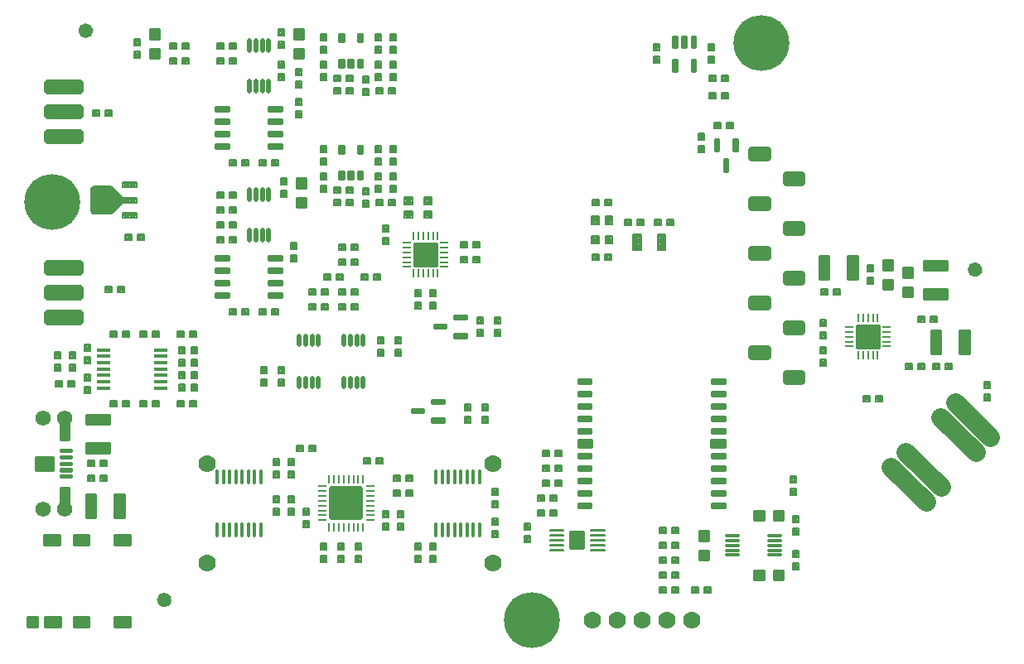
<source format=gbs>
*
*
G04 PADS 9.5 Build Number: 522968 generated Gerber (RS-274-X) file*
G04 PC Version=2.1*
*
%IN "PSDR.pcb"*%
*
%MOIN*%
*
%FSLAX35Y35*%
*
*
*
*
G04 PC Standard Apertures*
*
*
G04 Thermal Relief Aperture macro.*
%AMTER*
1,1,$1,0,0*
1,0,$1-$2,0,0*
21,0,$3,$4,0,0,45*
21,0,$3,$4,0,0,135*
%
*
*
G04 Annular Aperture macro.*
%AMANN*
1,1,$1,0,0*
1,0,$2,0,0*
%
*
*
G04 Odd Aperture macro.*
%AMODD*
1,1,$1,0,0*
1,0,$1-0.005,0,0*
%
*
*
G04 PC Custom Aperture Macros*
*
*
*
*
*
*
G04 PC Aperture Table*
*
%ADD010C,0.001*%
%ADD011C,0.008*%
%ADD012C,0.00787*%
%ADD013C,0.01575*%
%ADD035C,0.03*%
%ADD048C,0.07*%
%ADD072C,0.062*%
%ADD094C,0.00394*%
%ADD102O,0.03346X0.00984*%
%ADD103O,0.00984X0.03346*%
%ADD104C,0.01181*%
%ADD110C,0.016*%
%ADD146C,0.01*%
%ADD148C,0.076*%
%ADD149C,0.01969*%
%ADD150C,0.032*%
%ADD151C,0.22441*%
%ADD153C,0.014*%
%ADD166O,0.05512X0.01575*%
%ADD167O,0.0175X0.05906*%
%ADD169O,0.06102X0.01142*%
%ADD170O,0.01575X0.05906*%
%ADD173O,0.0175X0.0535*%
*
*
*
*
G04 PC Circuitry*
G04 Layer Name PSDR.pcb - circuitry*
%LPD*%
*
*
G04 PC Custom Flashes*
G04 Layer Name PSDR.pcb - flashes*
%LPD*%
*
*
G04 PC Circuitry*
G04 Layer Name PSDR.pcb - circuitry*
%LPD*%
*
G54D10*
G54D11*
G01X212900Y156850D02*
X215100D01*
Y154150*
X212900*
Y156850*
Y154400D02*
X215100D01*
X212900Y155200D02*
X215100D01*
X212900Y156000D02*
X215100D01*
X212900Y156800D02*
X215100D01*
X213600Y154150D02*
Y156850D01*
X214400Y154150D02*
Y156850D01*
X212900Y151850D02*
X215100D01*
Y149150*
X212900*
Y151850*
Y149600D02*
X215100D01*
X212900Y150400D02*
X215100D01*
X212900Y151200D02*
X215100D01*
X213600Y149150D02*
Y151850D01*
X214400Y149150D02*
Y151850D01*
X233900Y142850D02*
X236100D01*
Y140150*
X233900*
Y142850*
Y140800D02*
X236100D01*
X233900Y141600D02*
X236100D01*
X233900Y142400D02*
X236100D01*
X234400Y140150D02*
Y142850D01*
X235200Y140150D02*
Y142850D01*
X236000Y140150D02*
Y142850D01*
X233900Y137850D02*
X236100D01*
Y135150*
X233900*
Y137850*
Y135200D02*
X236100D01*
X233900Y136000D02*
X236100D01*
X233900Y136800D02*
X236100D01*
X233900Y137600D02*
X236100D01*
X234400Y135150D02*
Y137850D01*
X235200Y135150D02*
Y137850D01*
X236000Y135150D02*
Y137850D01*
X250900Y155850D02*
X253100D01*
Y153150*
X250900*
Y155850*
Y153600D02*
X253100D01*
X250900Y154400D02*
X253100D01*
X250900Y155200D02*
X253100D01*
X251200Y153150D02*
Y155850D01*
X252000Y153150D02*
Y155850D01*
X252800Y153150D02*
Y155850D01*
X250900Y150850D02*
X253100D01*
Y148150*
X250900*
Y150850*
Y148800D02*
X253100D01*
X250900Y149600D02*
X253100D01*
X250900Y150400D02*
X253100D01*
X251200Y148150D02*
Y150850D01*
X252000Y148150D02*
Y150850D01*
X252800Y148150D02*
Y150850D01*
X244900Y155850D02*
X247100D01*
Y153150*
X244900*
Y155850*
Y153600D02*
X247100D01*
X244900Y154400D02*
X247100D01*
X244900Y155200D02*
X247100D01*
X245600Y153150D02*
Y155850D01*
X246400Y153150D02*
Y155850D01*
X244900Y150850D02*
X247100D01*
Y148150*
X244900*
Y150850*
Y148800D02*
X247100D01*
X244900Y149600D02*
X247100D01*
X244900Y150400D02*
X247100D01*
X245600Y148150D02*
Y150850D01*
X246400Y148150D02*
Y150850D01*
X237150Y174900D02*
Y177100D01*
X239850*
Y174900*
X237150*
Y175200D02*
X239850D01*
X237150Y176000D02*
X239850D01*
X237150Y176800D02*
X239850D01*
X237600Y174900D02*
Y177100D01*
X238400Y174900D02*
Y177100D01*
X239200Y174900D02*
Y177100D01*
X242150Y174900D02*
Y177100D01*
X244850*
Y174900*
X242150*
Y175200D02*
X244850D01*
X242150Y176000D02*
X244850D01*
X242150Y176800D02*
X244850D01*
X242400Y174900D02*
Y177100D01*
X243200Y174900D02*
Y177100D01*
X244000Y174900D02*
Y177100D01*
X244800Y174900D02*
Y177100D01*
X206900Y161850D02*
X209100D01*
Y159150*
X206900*
Y161850*
Y159200D02*
X209100D01*
X206900Y160000D02*
X209100D01*
X206900Y160800D02*
X209100D01*
X206900Y161600D02*
X209100D01*
X207200Y159150D02*
Y161850D01*
X208000Y159150D02*
Y161850D01*
X208800Y159150D02*
Y161850D01*
X206900Y156850D02*
X209100D01*
Y154150*
X206900*
Y156850*
Y154400D02*
X209100D01*
X206900Y155200D02*
X209100D01*
X206900Y156000D02*
X209100D01*
X206900Y156800D02*
X209100D01*
X207200Y154150D02*
Y156850D01*
X208000Y154150D02*
Y156850D01*
X208800Y154150D02*
Y156850D01*
X203100Y154150D02*
X200900D01*
Y156850*
X203100*
Y154150*
X200900Y154400D02*
X203100D01*
X200900Y155200D02*
X203100D01*
X200900Y156000D02*
X203100D01*
X200900Y156800D02*
X203100D01*
X201600Y154150D02*
Y156850D01*
X202400Y154150D02*
Y156850D01*
X203100Y159150D02*
X200900D01*
Y161850*
X203100*
Y159150*
X200900Y159200D02*
X203100D01*
X200900Y160000D02*
X203100D01*
X200900Y160800D02*
X203100D01*
X200900Y161600D02*
X203100D01*
X201600Y159150D02*
Y161850D01*
X202400Y159150D02*
Y161850D01*
X249150Y161900D02*
Y164100D01*
X251850*
Y161900*
X249150*
Y162400D02*
X251850D01*
X249150Y163200D02*
X251850D01*
X249150Y164000D02*
X251850D01*
X249600Y161900D02*
Y164100D01*
X250400Y161900D02*
Y164100D01*
X251200Y161900D02*
Y164100D01*
X254150Y161900D02*
Y164100D01*
X256850*
Y161900*
X254150*
Y162400D02*
X256850D01*
X254150Y163200D02*
X256850D01*
X254150Y164000D02*
X256850D01*
X254400Y161900D02*
Y164100D01*
X255200Y161900D02*
Y164100D01*
X256000Y161900D02*
Y164100D01*
X256800Y161900D02*
Y164100D01*
X256850Y170100D02*
Y167900D01*
X254150*
Y170100*
X256850*
X254150Y168000D02*
X256850D01*
X254150Y168800D02*
X256850D01*
X254150Y169600D02*
X256850D01*
X254400Y167900D02*
Y170100D01*
X255200Y167900D02*
Y170100D01*
X256000Y167900D02*
Y170100D01*
X256800Y167900D02*
Y170100D01*
X251850D02*
Y167900D01*
X249150*
Y170100*
X251850*
X249150Y168000D02*
X251850D01*
X249150Y168800D02*
X251850D01*
X249150Y169600D02*
X251850D01*
X249600Y167900D02*
Y170100D01*
X250400Y167900D02*
Y170100D01*
X251200Y167900D02*
Y170100D01*
X423100Y214150D02*
X420900D01*
Y216850*
X423100*
Y214150*
X420900Y214400D02*
X423100D01*
X420900Y215200D02*
X423100D01*
X420900Y216000D02*
X423100D01*
X420900Y216800D02*
X423100D01*
X421600Y214150D02*
Y216850D01*
X422400Y214150D02*
Y216850D01*
X423100Y219150D02*
X420900D01*
Y221850*
X423100*
Y219150*
X420900Y219200D02*
X423100D01*
X420900Y220000D02*
X423100D01*
X420900Y220800D02*
X423100D01*
X420900Y221600D02*
X423100D01*
X421600Y219150D02*
Y221850D01*
X422400Y219150D02*
Y221850D01*
X190850Y237100D02*
Y234900D01*
X188150*
Y237100*
X190850*
X188150Y235200D02*
X190850D01*
X188150Y236000D02*
X190850D01*
X188150Y236800D02*
X190850D01*
X188800Y234900D02*
Y237100D01*
X189600Y234900D02*
Y237100D01*
X190400Y234900D02*
Y237100D01*
X185850D02*
Y234900D01*
X183150*
Y237100*
X185850*
X183150Y235200D02*
X185850D01*
X183150Y236000D02*
X185850D01*
X183150Y236800D02*
X185850D01*
X183200Y234900D02*
Y237100D01*
X184000Y234900D02*
Y237100D01*
X184800Y234900D02*
Y237100D01*
X185600Y234900D02*
Y237100D01*
X445850Y202100D02*
Y199900D01*
X443150*
Y202100*
X445850*
X443150Y200000D02*
X445850D01*
X443150Y200800D02*
X445850D01*
X443150Y201600D02*
X445850D01*
X443200Y199900D02*
Y202100D01*
X444000Y199900D02*
Y202100D01*
X444800Y199900D02*
Y202100D01*
X445600Y199900D02*
Y202100D01*
X440850D02*
Y199900D01*
X438150*
Y202100*
X440850*
X438150Y200000D02*
X440850D01*
X438150Y200800D02*
X440850D01*
X438150Y201600D02*
X440850D01*
X438400Y199900D02*
Y202100D01*
X439200Y199900D02*
Y202100D01*
X440000Y199900D02*
Y202100D01*
X440800Y199900D02*
Y202100D01*
X126150Y173900D02*
Y176100D01*
X128850*
Y173900*
X126150*
Y174400D02*
X128850D01*
X126150Y175200D02*
X128850D01*
X126150Y176000D02*
X128850D01*
X126400Y173900D02*
Y176100D01*
X127200Y173900D02*
Y176100D01*
X128000Y173900D02*
Y176100D01*
X128800Y173900D02*
Y176100D01*
X131150Y173900D02*
Y176100D01*
X133850*
Y173900*
X131150*
Y174400D02*
X133850D01*
X131150Y175200D02*
X133850D01*
X131150Y176000D02*
X133850D01*
X131200Y173900D02*
Y176100D01*
X132000Y173900D02*
Y176100D01*
X132800Y173900D02*
Y176100D01*
X133600Y173900D02*
Y176100D01*
X126150Y167900D02*
Y170100D01*
X128850*
Y167900*
X126150*
Y168000D02*
X128850D01*
X126150Y168800D02*
X128850D01*
X126150Y169600D02*
X128850D01*
X126400Y167900D02*
Y170100D01*
X127200Y167900D02*
Y170100D01*
X128000Y167900D02*
Y170100D01*
X128800Y167900D02*
Y170100D01*
X131150Y167900D02*
Y170100D01*
X133850*
Y167900*
X131150*
Y168000D02*
X133850D01*
X131150Y168800D02*
X133850D01*
X131150Y169600D02*
X133850D01*
X131200Y167900D02*
Y170100D01*
X132000Y167900D02*
Y170100D01*
X132800Y167900D02*
Y170100D01*
X133600Y167900D02*
Y170100D01*
X195150Y294900D02*
Y297100D01*
X197850*
Y294900*
X195150*
Y295200D02*
X197850D01*
X195150Y296000D02*
X197850D01*
X195150Y296800D02*
X197850D01*
X195200Y294900D02*
Y297100D01*
X196000Y294900D02*
Y297100D01*
X196800Y294900D02*
Y297100D01*
X197600Y294900D02*
Y297100D01*
X200150Y294900D02*
Y297100D01*
X202850*
Y294900*
X200150*
Y295200D02*
X202850D01*
X200150Y296000D02*
X202850D01*
X200150Y296800D02*
X202850D01*
X200800Y294900D02*
Y297100D01*
X201600Y294900D02*
Y297100D01*
X202400Y294900D02*
Y297100D01*
X329150Y278900D02*
Y281100D01*
X331850*
Y278900*
X329150*
Y279200D02*
X331850D01*
X329150Y280000D02*
X331850D01*
X329150Y280800D02*
X331850D01*
X329600Y278900D02*
Y281100D01*
X330400Y278900D02*
Y281100D01*
X331200Y278900D02*
Y281100D01*
X334150Y278900D02*
Y281100D01*
X336850*
Y278900*
X334150*
Y279200D02*
X336850D01*
X334150Y280000D02*
X336850D01*
X334150Y280800D02*
X336850D01*
X334400Y278900D02*
Y281100D01*
X335200Y278900D02*
Y281100D01*
X336000Y278900D02*
Y281100D01*
X336800Y278900D02*
Y281100D01*
X185850Y284100D02*
Y281900D01*
X183150*
Y284100*
X185850*
X183150Y282400D02*
X185850D01*
X183150Y283200D02*
X185850D01*
X183150Y284000D02*
X185850D01*
X183200Y281900D02*
Y284100D01*
X184000Y281900D02*
Y284100D01*
X184800Y281900D02*
Y284100D01*
X185600Y281900D02*
Y284100D01*
X180850D02*
Y281900D01*
X178150*
Y284100*
X180850*
X178150Y282400D02*
X180850D01*
X178150Y283200D02*
X180850D01*
X178150Y284000D02*
X180850D01*
X178400Y281900D02*
Y284100D01*
X179200Y281900D02*
Y284100D01*
X180000Y281900D02*
Y284100D01*
X180800Y281900D02*
Y284100D01*
X336850Y259100D02*
Y256900D01*
X334150*
Y259100*
X336850*
X334150Y257600D02*
X336850D01*
X334150Y258400D02*
X336850D01*
X334400Y256900D02*
Y259100D01*
X335200Y256900D02*
Y259100D01*
X336000Y256900D02*
Y259100D01*
X336800Y256900D02*
Y259100D01*
X331850D02*
Y256900D01*
X329150*
Y259100*
X331850*
X329150Y257600D02*
X331850D01*
X329150Y258400D02*
X331850D01*
X329600Y256900D02*
Y259100D01*
X330400Y256900D02*
Y259100D01*
X331200Y256900D02*
Y259100D01*
X222100Y135150D02*
X219900D01*
Y137850*
X222100*
Y135150*
X219900Y135200D02*
X222100D01*
X219900Y136000D02*
X222100D01*
X219900Y136800D02*
X222100D01*
X219900Y137600D02*
X222100D01*
X220000Y135150D02*
Y137850D01*
X220800Y135150D02*
Y137850D01*
X221600Y135150D02*
Y137850D01*
X222100Y140150D02*
X219900D01*
Y142850*
X222100*
Y140150*
X219900Y140800D02*
X222100D01*
X219900Y141600D02*
X222100D01*
X219900Y142400D02*
X222100D01*
X220000Y140150D02*
Y142850D01*
X220800Y140150D02*
Y142850D01*
X221600Y140150D02*
Y142850D01*
X226900D02*
X229100D01*
Y140150*
X226900*
Y142850*
Y140800D02*
X229100D01*
X226900Y141600D02*
X229100D01*
X226900Y142400D02*
X229100D01*
X227200Y140150D02*
Y142850D01*
X228000Y140150D02*
Y142850D01*
X228800Y140150D02*
Y142850D01*
X226900Y137850D02*
X229100D01*
Y135150*
X226900*
Y137850*
Y135200D02*
X229100D01*
X226900Y136000D02*
X229100D01*
X226900Y136800D02*
X229100D01*
X226900Y137600D02*
X229100D01*
X227200Y135150D02*
Y137850D01*
X228000Y135150D02*
Y137850D01*
X228800Y135150D02*
Y137850D01*
X288900Y152850D02*
X291100D01*
Y150150*
X288900*
Y152850*
Y150400D02*
X291100D01*
X288900Y151200D02*
X291100D01*
X288900Y152000D02*
X291100D01*
X288900Y152800D02*
X291100D01*
X289600Y150150D02*
Y152850D01*
X290400Y150150D02*
Y152850D01*
X288900Y147850D02*
X291100D01*
Y145150*
X288900*
Y147850*
Y145600D02*
X291100D01*
X288900Y146400D02*
X291100D01*
X288900Y147200D02*
X291100D01*
X289600Y145150D02*
Y147850D01*
X290400Y145150D02*
Y147850D01*
X291100Y157150D02*
X288900D01*
Y159850*
X291100*
Y157150*
X288900Y157600D02*
X291100D01*
X288900Y158400D02*
X291100D01*
X288900Y159200D02*
X291100D01*
X289600Y157150D02*
Y159850D01*
X290400Y157150D02*
Y159850D01*
X291100Y162150D02*
X288900D01*
Y164850*
X291100*
Y162150*
X288900Y162400D02*
X291100D01*
X288900Y163200D02*
X291100D01*
X288900Y164000D02*
X291100D01*
X288900Y164800D02*
X291100D01*
X289600Y162150D02*
Y164850D01*
X290400Y162150D02*
Y164850D01*
X263900Y142850D02*
X266100D01*
Y140150*
X263900*
Y142850*
Y140800D02*
X266100D01*
X263900Y141600D02*
X266100D01*
X263900Y142400D02*
X266100D01*
X264000Y140150D02*
Y142850D01*
X264800Y140150D02*
Y142850D01*
X265600Y140150D02*
Y142850D01*
X263900Y137850D02*
X266100D01*
Y135150*
X263900*
Y137850*
Y135200D02*
X266100D01*
X263900Y136000D02*
X266100D01*
X263900Y136800D02*
X266100D01*
X263900Y137600D02*
X266100D01*
X264000Y135150D02*
Y137850D01*
X264800Y135150D02*
Y137850D01*
X265600Y135150D02*
Y137850D01*
X203100Y169150D02*
X200900D01*
Y171850*
X203100*
Y169150*
X200900Y169600D02*
X203100D01*
X200900Y170400D02*
X203100D01*
X200900Y171200D02*
X203100D01*
X201600Y169150D02*
Y171850D01*
X202400Y169150D02*
Y171850D01*
X203100Y174150D02*
X200900D01*
Y176850*
X203100*
Y174150*
X200900Y174400D02*
X203100D01*
X200900Y175200D02*
X203100D01*
X200900Y176000D02*
X203100D01*
X200900Y176800D02*
X203100D01*
X201600Y174150D02*
Y176850D01*
X202400Y174150D02*
Y176850D01*
X257900Y142850D02*
X260100D01*
Y140150*
X257900*
Y142850*
Y140800D02*
X260100D01*
X257900Y141600D02*
X260100D01*
X257900Y142400D02*
X260100D01*
X258400Y140150D02*
Y142850D01*
X259200Y140150D02*
Y142850D01*
X260000Y140150D02*
Y142850D01*
X257900Y137850D02*
X260100D01*
Y135150*
X257900*
Y137850*
Y135200D02*
X260100D01*
X257900Y136000D02*
X260100D01*
X257900Y136800D02*
X260100D01*
X257900Y137600D02*
X260100D01*
X258400Y135150D02*
Y137850D01*
X259200Y135150D02*
Y137850D01*
X260000Y135150D02*
Y137850D01*
X209100Y169150D02*
X206900D01*
Y171850*
X209100*
Y169150*
X206900Y169600D02*
X209100D01*
X206900Y170400D02*
X209100D01*
X206900Y171200D02*
X209100D01*
X207200Y169150D02*
Y171850D01*
X208000Y169150D02*
Y171850D01*
X208800Y169150D02*
Y171850D01*
X209100Y174150D02*
X206900D01*
Y176850*
X209100*
Y174150*
X206900Y174400D02*
X209100D01*
X206900Y175200D02*
X209100D01*
X206900Y176000D02*
X209100D01*
X206900Y176800D02*
X209100D01*
X207200Y174150D02*
Y176850D01*
X208000Y174150D02*
Y176850D01*
X208800Y174150D02*
Y176850D01*
X217850Y182100D02*
Y179900D01*
X215150*
Y182100*
X217850*
X215150Y180000D02*
X217850D01*
X215150Y180800D02*
X217850D01*
X215150Y181600D02*
X217850D01*
X215200Y179900D02*
Y182100D01*
X216000Y179900D02*
Y182100D01*
X216800Y179900D02*
Y182100D01*
X217600Y179900D02*
Y182100D01*
X212850D02*
Y179900D01*
X210150*
Y182100*
X212850*
X210150Y180000D02*
X212850D01*
X210150Y180800D02*
X212850D01*
X210150Y181600D02*
X212850D01*
X210400Y179900D02*
Y182100D01*
X211200Y179900D02*
Y182100D01*
X212000Y179900D02*
Y182100D01*
X212800Y179900D02*
Y182100D01*
X249850Y281100D02*
Y278900D01*
X247150*
Y281100*
X249850*
X247150Y279200D02*
X249850D01*
X247150Y280000D02*
X249850D01*
X247150Y280800D02*
X249850D01*
X247200Y278900D02*
Y281100D01*
X248000Y278900D02*
Y281100D01*
X248800Y278900D02*
Y281100D01*
X249600Y278900D02*
Y281100D01*
X244850D02*
Y278900D01*
X242150*
Y281100*
X244850*
X242150Y279200D02*
X244850D01*
X242150Y280000D02*
X244850D01*
X242150Y280800D02*
X244850D01*
X242400Y278900D02*
Y281100D01*
X243200Y278900D02*
Y281100D01*
X244000Y278900D02*
Y281100D01*
X244800Y278900D02*
Y281100D01*
X249850Y326100D02*
Y323900D01*
X247150*
Y326100*
X249850*
X247150Y324000D02*
X249850D01*
X247150Y324800D02*
X249850D01*
X247150Y325600D02*
X249850D01*
X247200Y323900D02*
Y326100D01*
X248000Y323900D02*
Y326100D01*
X248800Y323900D02*
Y326100D01*
X249600Y323900D02*
Y326100D01*
X244850D02*
Y323900D01*
X242150*
Y326100*
X244850*
X242150Y324000D02*
X244850D01*
X242150Y324800D02*
X244850D01*
X242150Y325600D02*
X244850D01*
X242400Y323900D02*
Y326100D01*
X243200Y323900D02*
Y326100D01*
X244000Y323900D02*
Y326100D01*
X244800Y323900D02*
Y326100D01*
X147100Y338150D02*
X144900D01*
Y340850*
X147100*
Y338150*
X144900Y338400D02*
X147100D01*
X144900Y339200D02*
X147100D01*
X144900Y340000D02*
X147100D01*
X144900Y340800D02*
X147100D01*
X145600Y338150D02*
Y340850D01*
X146400Y338150D02*
Y340850D01*
X147100Y343150D02*
X144900D01*
Y345850*
X147100*
Y343150*
X144900Y343200D02*
X147100D01*
X144900Y344000D02*
X147100D01*
X144900Y344800D02*
X147100D01*
X144900Y345600D02*
X147100D01*
X145600Y343150D02*
Y345850D01*
X146400Y343150D02*
Y345850D01*
X409900Y139850D02*
X412100D01*
Y137150*
X409900*
Y139850*
Y137600D02*
X412100D01*
X409900Y138400D02*
X412100D01*
X409900Y139200D02*
X412100D01*
X410400Y137150D02*
Y139850D01*
X411200Y137150D02*
Y139850D01*
X412000Y137150D02*
Y139850D01*
X409900Y134850D02*
X412100D01*
Y132150*
X409900*
Y134850*
Y132800D02*
X412100D01*
X409900Y133600D02*
X412100D01*
X409900Y134400D02*
X412100D01*
X410400Y132150D02*
Y134850D01*
X411200Y132150D02*
Y134850D01*
X412000Y132150D02*
Y134850D01*
X287100Y191150D02*
X284900D01*
Y193850*
X287100*
Y191150*
X284900Y191200D02*
X287100D01*
X284900Y192000D02*
X287100D01*
X284900Y192800D02*
X287100D01*
X284900Y193600D02*
X287100D01*
X285600Y191150D02*
Y193850D01*
X286400Y191150D02*
Y193850D01*
X287100Y196150D02*
X284900D01*
Y198850*
X287100*
Y196150*
X284900Y196800D02*
X287100D01*
X284900Y197600D02*
X287100D01*
X284900Y198400D02*
X287100D01*
X285600Y196150D02*
Y198850D01*
X286400Y196150D02*
Y198850D01*
X280100Y191150D02*
X277900D01*
Y193850*
X280100*
Y191150*
X277900Y191200D02*
X280100D01*
X277900Y192000D02*
X280100D01*
X277900Y192800D02*
X280100D01*
X277900Y193600D02*
X280100D01*
X278400Y191150D02*
Y193850D01*
X279200Y191150D02*
Y193850D01*
X280000Y191150D02*
Y193850D01*
X280100Y196150D02*
X277900D01*
Y198850*
X280100*
Y196150*
X277900Y196800D02*
X280100D01*
X277900Y197600D02*
X280100D01*
X277900Y198400D02*
X280100D01*
X278400Y196150D02*
Y198850D01*
X279200Y196150D02*
Y198850D01*
X280000Y196150D02*
Y198850D01*
X276150Y261900D02*
Y264100D01*
X278850*
Y261900*
X276150*
Y262400D02*
X278850D01*
X276150Y263200D02*
X278850D01*
X276150Y264000D02*
X278850D01*
X276800Y261900D02*
Y264100D01*
X277600Y261900D02*
Y264100D01*
X278400Y261900D02*
Y264100D01*
X281150Y261900D02*
Y264100D01*
X283850*
Y261900*
X281150*
Y262400D02*
X283850D01*
X281150Y263200D02*
X283850D01*
X281150Y264000D02*
X283850D01*
X281600Y261900D02*
Y264100D01*
X282400Y261900D02*
Y264100D01*
X283200Y261900D02*
Y264100D01*
X276150Y255900D02*
Y258100D01*
X278850*
Y255900*
X276150*
Y256000D02*
X278850D01*
X276150Y256800D02*
X278850D01*
X276150Y257600D02*
X278850D01*
X276800Y255900D02*
Y258100D01*
X277600Y255900D02*
Y258100D01*
X278400Y255900D02*
Y258100D01*
X281150Y255900D02*
Y258100D01*
X283850*
Y255900*
X281150*
Y256000D02*
X283850D01*
X281150Y256800D02*
X283850D01*
X281150Y257600D02*
X283850D01*
X281600Y255900D02*
Y258100D01*
X282400Y255900D02*
Y258100D01*
X283200Y255900D02*
Y258100D01*
X263900Y244850D02*
X266100D01*
Y242150*
X263900*
Y244850*
Y242400D02*
X266100D01*
X263900Y243200D02*
X266100D01*
X263900Y244000D02*
X266100D01*
X263900Y244800D02*
X266100D01*
X264000Y242150D02*
Y244850D01*
X264800Y242150D02*
Y244850D01*
X265600Y242150D02*
Y244850D01*
X263900Y239850D02*
X266100D01*
Y237150*
X263900*
Y239850*
Y237600D02*
X266100D01*
X263900Y238400D02*
X266100D01*
X263900Y239200D02*
X266100D01*
X264000Y237150D02*
Y239850D01*
X264800Y237150D02*
Y239850D01*
X265600Y237150D02*
Y239850D01*
X257900Y244850D02*
X260100D01*
Y242150*
X257900*
Y244850*
Y242400D02*
X260100D01*
X257900Y243200D02*
X260100D01*
X257900Y244000D02*
X260100D01*
X257900Y244800D02*
X260100D01*
X258400Y242150D02*
Y244850D01*
X259200Y242150D02*
Y244850D01*
X260000Y242150D02*
Y244850D01*
X257900Y239850D02*
X260100D01*
Y237150*
X257900*
Y239850*
Y237600D02*
X260100D01*
X257900Y238400D02*
X260100D01*
X257900Y239200D02*
X260100D01*
X258400Y237150D02*
Y239850D01*
X259200Y237150D02*
Y239850D01*
X260000Y237150D02*
Y239850D01*
X243850Y251100D02*
Y248900D01*
X241150*
Y251100*
X243850*
X241150Y249600D02*
X243850D01*
X241150Y250400D02*
X243850D01*
X241600Y248900D02*
Y251100D01*
X242400Y248900D02*
Y251100D01*
X243200Y248900D02*
Y251100D01*
X238850D02*
Y248900D01*
X236150*
Y251100*
X238850*
X236150Y249600D02*
X238850D01*
X236150Y250400D02*
X238850D01*
X236800Y248900D02*
Y251100D01*
X237600Y248900D02*
Y251100D01*
X238400Y248900D02*
Y251100D01*
X247100Y263150D02*
X244900D01*
Y265850*
X247100*
Y263150*
X244900Y263200D02*
X247100D01*
X244900Y264000D02*
X247100D01*
X244900Y264800D02*
X247100D01*
X244900Y265600D02*
X247100D01*
X245600Y263150D02*
Y265850D01*
X246400Y263150D02*
Y265850D01*
X247100Y268150D02*
X244900D01*
Y270850*
X247100*
Y268150*
X244900Y268800D02*
X247100D01*
X244900Y269600D02*
X247100D01*
X244900Y270400D02*
X247100D01*
X245600Y268150D02*
Y270850D01*
X246400Y268150D02*
Y270850D01*
X378150Y309900D02*
Y312100D01*
X380850*
Y309900*
X378150*
Y310400D02*
X380850D01*
X378150Y311200D02*
X380850D01*
X378150Y312000D02*
X380850D01*
X378400Y309900D02*
Y312100D01*
X379200Y309900D02*
Y312100D01*
X380000Y309900D02*
Y312100D01*
X380800Y309900D02*
Y312100D01*
X383150Y309900D02*
Y312100D01*
X385850*
Y309900*
X383150*
Y310400D02*
X385850D01*
X383150Y311200D02*
X385850D01*
X383150Y312000D02*
X385850D01*
X383200Y309900D02*
Y312100D01*
X384000Y309900D02*
Y312100D01*
X384800Y309900D02*
Y312100D01*
X385600Y309900D02*
Y312100D01*
X374100Y300150D02*
X371900D01*
Y302850*
X374100*
Y300150*
X371900Y300800D02*
X374100D01*
X371900Y301600D02*
X374100D01*
X371900Y302400D02*
X374100D01*
X372000Y300150D02*
Y302850D01*
X372800Y300150D02*
Y302850D01*
X373600Y300150D02*
Y302850D01*
X374100Y305150D02*
X371900D01*
Y307850*
X374100*
Y305150*
X371900Y305600D02*
X374100D01*
X371900Y306400D02*
X374100D01*
X371900Y307200D02*
X374100D01*
X372000Y305150D02*
Y307850D01*
X372800Y305150D02*
Y307850D01*
X373600Y305150D02*
Y307850D01*
X289900Y233850D02*
X292100D01*
Y231150*
X289900*
Y233850*
Y231200D02*
X292100D01*
X289900Y232000D02*
X292100D01*
X289900Y232800D02*
X292100D01*
X289900Y233600D02*
X292100D01*
X290400Y231150D02*
Y233850D01*
X291200Y231150D02*
Y233850D01*
X292000Y231150D02*
Y233850D01*
X289900Y228850D02*
X292100D01*
Y226150*
X289900*
Y228850*
Y226400D02*
X292100D01*
X289900Y227200D02*
X292100D01*
X289900Y228000D02*
X292100D01*
X289900Y228800D02*
X292100D01*
X290400Y226150D02*
Y228850D01*
X291200Y226150D02*
Y228850D01*
X292000Y226150D02*
Y228850D01*
X411100Y162150D02*
X408900D01*
Y164850*
X411100*
Y162150*
X408900Y162400D02*
X411100D01*
X408900Y163200D02*
X411100D01*
X408900Y164000D02*
X411100D01*
X408900Y164800D02*
X411100D01*
X409600Y162150D02*
Y164850D01*
X410400Y162150D02*
Y164850D01*
X411100Y167150D02*
X408900D01*
Y169850*
X411100*
Y167150*
X408900Y167200D02*
X411100D01*
X408900Y168000D02*
X411100D01*
X408900Y168800D02*
X411100D01*
X408900Y169600D02*
X411100D01*
X409600Y167150D02*
Y169850D01*
X410400Y167150D02*
Y169850D01*
X420900Y232850D02*
X423100D01*
Y230150*
X420900*
Y232850*
Y230400D02*
X423100D01*
X420900Y231200D02*
X423100D01*
X420900Y232000D02*
X423100D01*
X420900Y232800D02*
X423100D01*
X421600Y230150D02*
Y232850D01*
X422400Y230150D02*
Y232850D01*
X420900Y227850D02*
X423100D01*
Y225150*
X420900*
Y227850*
Y225600D02*
X423100D01*
X420900Y226400D02*
X423100D01*
X420900Y227200D02*
X423100D01*
X421600Y225150D02*
Y227850D01*
X422400Y225150D02*
Y227850D01*
X316850Y180100D02*
Y177900D01*
X314150*
Y180100*
X316850*
X314150Y178400D02*
X316850D01*
X314150Y179200D02*
X316850D01*
X314150Y180000D02*
X316850D01*
X314400Y177900D02*
Y180100D01*
X315200Y177900D02*
Y180100D01*
X316000Y177900D02*
Y180100D01*
X316800Y177900D02*
Y180100D01*
X311850D02*
Y177900D01*
X309150*
Y180100*
X311850*
X309150Y178400D02*
X311850D01*
X309150Y179200D02*
X311850D01*
X309150Y180000D02*
X311850D01*
X309600Y177900D02*
Y180100D01*
X310400Y177900D02*
Y180100D01*
X311200Y177900D02*
Y180100D01*
X316850Y174100D02*
Y171900D01*
X314150*
Y174100*
X316850*
X314150Y172000D02*
X316850D01*
X314150Y172800D02*
X316850D01*
X314150Y173600D02*
X316850D01*
X314400Y171900D02*
Y174100D01*
X315200Y171900D02*
Y174100D01*
X316000Y171900D02*
Y174100D01*
X316800Y171900D02*
Y174100D01*
X311850D02*
Y171900D01*
X309150*
Y174100*
X311850*
X309150Y172000D02*
X311850D01*
X309150Y172800D02*
X311850D01*
X309150Y173600D02*
X311850D01*
X309600Y171900D02*
Y174100D01*
X310400Y171900D02*
Y174100D01*
X311200Y171900D02*
Y174100D01*
X316850Y168100D02*
Y165900D01*
X314150*
Y168100*
X316850*
X314150Y166400D02*
X316850D01*
X314150Y167200D02*
X316850D01*
X314150Y168000D02*
X316850D01*
X314400Y165900D02*
Y168100D01*
X315200Y165900D02*
Y168100D01*
X316000Y165900D02*
Y168100D01*
X316800Y165900D02*
Y168100D01*
X311850D02*
Y165900D01*
X309150*
Y168100*
X311850*
X309150Y166400D02*
X311850D01*
X309150Y167200D02*
X311850D01*
X309150Y168000D02*
X311850D01*
X309600Y165900D02*
Y168100D01*
X310400Y165900D02*
Y168100D01*
X311200Y165900D02*
Y168100D01*
X207900Y263850D02*
X210100D01*
Y261150*
X207900*
Y263850*
Y261600D02*
X210100D01*
X207900Y262400D02*
X210100D01*
X207900Y263200D02*
X210100D01*
X208000Y261150D02*
Y263850D01*
X208800Y261150D02*
Y263850D01*
X209600Y261150D02*
Y263850D01*
X207900Y258850D02*
X210100D01*
Y256150*
X207900*
Y258850*
Y256800D02*
X210100D01*
X207900Y257600D02*
X210100D01*
X207900Y258400D02*
X210100D01*
X208000Y256150D02*
Y258850D01*
X208800Y256150D02*
Y258850D01*
X209600Y256150D02*
Y258850D01*
X209900Y321850D02*
X212100D01*
Y319150*
X209900*
Y321850*
Y319200D02*
X212100D01*
X209900Y320000D02*
X212100D01*
X209900Y320800D02*
X212100D01*
X209900Y321600D02*
X212100D01*
X210400Y319150D02*
Y321850D01*
X211200Y319150D02*
Y321850D01*
X212000Y319150D02*
Y321850D01*
X209900Y316850D02*
X212100D01*
Y314150*
X209900*
Y316850*
Y314400D02*
X212100D01*
X209900Y315200D02*
X212100D01*
X209900Y316000D02*
X212100D01*
X209900Y316800D02*
X212100D01*
X210400Y314150D02*
Y316850D01*
X211200Y314150D02*
Y316850D01*
X212000Y314150D02*
Y316850D01*
X185850Y344100D02*
Y341900D01*
X183150*
Y344100*
X185850*
X183150Y342400D02*
X185850D01*
X183150Y343200D02*
X185850D01*
X183150Y344000D02*
X185850D01*
X183200Y341900D02*
Y344100D01*
X184000Y341900D02*
Y344100D01*
X184800Y341900D02*
Y344100D01*
X185600Y341900D02*
Y344100D01*
X180850D02*
Y341900D01*
X178150*
Y344100*
X180850*
X178150Y342400D02*
X180850D01*
X178150Y343200D02*
X180850D01*
X178150Y344000D02*
X180850D01*
X178400Y341900D02*
Y344100D01*
X179200Y341900D02*
Y344100D01*
X180000Y341900D02*
Y344100D01*
X180800Y341900D02*
Y344100D01*
X178150Y263900D02*
Y266100D01*
X180850*
Y263900*
X178150*
Y264000D02*
X180850D01*
X178150Y264800D02*
X180850D01*
X178150Y265600D02*
X180850D01*
X178400Y263900D02*
Y266100D01*
X179200Y263900D02*
Y266100D01*
X180000Y263900D02*
Y266100D01*
X180800Y263900D02*
Y266100D01*
X183150Y263900D02*
Y266100D01*
X185850*
Y263900*
X183150*
Y264000D02*
X185850D01*
X183150Y264800D02*
X185850D01*
X183150Y265600D02*
X185850D01*
X183200Y263900D02*
Y266100D01*
X184000Y263900D02*
Y266100D01*
X184800Y263900D02*
Y266100D01*
X185600Y263900D02*
Y266100D01*
X486900Y207850D02*
X489100D01*
Y205150*
X486900*
Y207850*
Y205600D02*
X489100D01*
X486900Y206400D02*
X489100D01*
X486900Y207200D02*
X489100D01*
X487200Y205150D02*
Y207850D01*
X488000Y205150D02*
Y207850D01*
X488800Y205150D02*
Y207850D01*
X486900Y202850D02*
X489100D01*
Y200150*
X486900*
Y202850*
Y200800D02*
X489100D01*
X486900Y201600D02*
X489100D01*
X486900Y202400D02*
X489100D01*
X487200Y200150D02*
Y202850D01*
X488000Y200150D02*
Y202850D01*
X488800Y200150D02*
Y202850D01*
X209900Y333850D02*
X212100D01*
Y331150*
X209900*
Y333850*
Y331200D02*
X212100D01*
X209900Y332000D02*
X212100D01*
X209900Y332800D02*
X212100D01*
X209900Y333600D02*
X212100D01*
X210400Y331150D02*
Y333850D01*
X211200Y331150D02*
Y333850D01*
X212000Y331150D02*
Y333850D01*
X209900Y328850D02*
X212100D01*
Y326150*
X209900*
Y328850*
Y326400D02*
X212100D01*
X209900Y327200D02*
X212100D01*
X209900Y328000D02*
X212100D01*
X209900Y328800D02*
X212100D01*
X210400Y326150D02*
Y328850D01*
X211200Y326150D02*
Y328850D01*
X212000Y326150D02*
Y328850D01*
X455150Y212900D02*
Y215100D01*
X457850*
Y212900*
X455150*
Y213600D02*
X457850D01*
X455150Y214400D02*
X457850D01*
X455200Y212900D02*
Y215100D01*
X456000Y212900D02*
Y215100D01*
X456800Y212900D02*
Y215100D01*
X457600Y212900D02*
Y215100D01*
X460150Y212900D02*
Y215100D01*
X462850*
Y212900*
X460150*
Y213600D02*
X462850D01*
X460150Y214400D02*
X462850D01*
X460800Y212900D02*
Y215100D01*
X461600Y212900D02*
Y215100D01*
X462400Y212900D02*
Y215100D01*
X442100Y247150D02*
X439900D01*
Y249850*
X442100*
Y247150*
X439900Y247200D02*
X442100D01*
X439900Y248000D02*
X442100D01*
X439900Y248800D02*
X442100D01*
X439900Y249600D02*
X442100D01*
X440000Y247150D02*
Y249850D01*
X440800Y247150D02*
Y249850D01*
X441600Y247150D02*
Y249850D01*
X442100Y252150D02*
X439900D01*
Y254850*
X442100*
Y252150*
X439900Y252800D02*
X442100D01*
X439900Y253600D02*
X442100D01*
X439900Y254400D02*
X442100D01*
X440000Y252150D02*
Y254850D01*
X440800Y252150D02*
Y254850D01*
X441600Y252150D02*
Y254850D01*
X241900Y291850D02*
X244100D01*
Y289150*
X241900*
Y291850*
Y289600D02*
X244100D01*
X241900Y290400D02*
X244100D01*
X241900Y291200D02*
X244100D01*
X242400Y289150D02*
Y291850D01*
X243200Y289150D02*
Y291850D01*
X244000Y289150D02*
Y291850D01*
X241900Y286850D02*
X244100D01*
Y284150*
X241900*
Y286850*
Y284800D02*
X244100D01*
X241900Y285600D02*
X244100D01*
X241900Y286400D02*
X244100D01*
X242400Y284150D02*
Y286850D01*
X243200Y284150D02*
Y286850D01*
X244000Y284150D02*
Y286850D01*
X232850Y281100D02*
Y278900D01*
X230150*
Y281100*
X232850*
X230150Y279200D02*
X232850D01*
X230150Y280000D02*
X232850D01*
X230150Y280800D02*
X232850D01*
X230400Y278900D02*
Y281100D01*
X231200Y278900D02*
Y281100D01*
X232000Y278900D02*
Y281100D01*
X232800Y278900D02*
Y281100D01*
X227850D02*
Y278900D01*
X225150*
Y281100*
X227850*
X225150Y279200D02*
X227850D01*
X225150Y280000D02*
X227850D01*
X225150Y280800D02*
X227850D01*
X225600Y278900D02*
Y281100D01*
X226400Y278900D02*
Y281100D01*
X227200Y278900D02*
Y281100D01*
X219900Y291850D02*
X222100D01*
Y289150*
X219900*
Y291850*
Y289600D02*
X222100D01*
X219900Y290400D02*
X222100D01*
X219900Y291200D02*
X222100D01*
X220000Y289150D02*
Y291850D01*
X220800Y289150D02*
Y291850D01*
X221600Y289150D02*
Y291850D01*
X219900Y286850D02*
X222100D01*
Y284150*
X219900*
Y286850*
Y284800D02*
X222100D01*
X219900Y285600D02*
X222100D01*
X219900Y286400D02*
X222100D01*
X220000Y284150D02*
Y286850D01*
X220800Y284150D02*
Y286850D01*
X221600Y284150D02*
Y286850D01*
X241900Y336850D02*
X244100D01*
Y334150*
X241900*
Y336850*
Y334400D02*
X244100D01*
X241900Y335200D02*
X244100D01*
X241900Y336000D02*
X244100D01*
X241900Y336800D02*
X244100D01*
X242400Y334150D02*
Y336850D01*
X243200Y334150D02*
Y336850D01*
X244000Y334150D02*
Y336850D01*
X241900Y331850D02*
X244100D01*
Y329150*
X241900*
Y331850*
Y329600D02*
X244100D01*
X241900Y330400D02*
X244100D01*
X241900Y331200D02*
X244100D01*
X242400Y329150D02*
Y331850D01*
X243200Y329150D02*
Y331850D01*
X244000Y329150D02*
Y331850D01*
X232850Y326100D02*
Y323900D01*
X230150*
Y326100*
X232850*
X230150Y324000D02*
X232850D01*
X230150Y324800D02*
X232850D01*
X230150Y325600D02*
X232850D01*
X230400Y323900D02*
Y326100D01*
X231200Y323900D02*
Y326100D01*
X232000Y323900D02*
Y326100D01*
X232800Y323900D02*
Y326100D01*
X227850D02*
Y323900D01*
X225150*
Y326100*
X227850*
X225150Y324000D02*
X227850D01*
X225150Y324800D02*
X227850D01*
X225150Y325600D02*
X227850D01*
X225600Y323900D02*
Y326100D01*
X226400Y323900D02*
Y326100D01*
X227200Y323900D02*
Y326100D01*
X249900Y225850D02*
X252100D01*
Y223150*
X249900*
Y225850*
Y223200D02*
X252100D01*
X249900Y224000D02*
X252100D01*
X249900Y224800D02*
X252100D01*
X249900Y225600D02*
X252100D01*
X250400Y223150D02*
Y225850D01*
X251200Y223150D02*
Y225850D01*
X252000Y223150D02*
Y225850D01*
X249900Y220850D02*
X252100D01*
Y218150*
X249900*
Y220850*
Y218400D02*
X252100D01*
X249900Y219200D02*
X252100D01*
X249900Y220000D02*
X252100D01*
X249900Y220800D02*
X252100D01*
X250400Y218150D02*
Y220850D01*
X251200Y218150D02*
Y220850D01*
X252000Y218150D02*
Y220850D01*
X198100Y206150D02*
X195900D01*
Y208850*
X198100*
Y206150*
X195900Y206400D02*
X198100D01*
X195900Y207200D02*
X198100D01*
X195900Y208000D02*
X198100D01*
X195900Y208800D02*
X198100D01*
X196000Y206150D02*
Y208850D01*
X196800Y206150D02*
Y208850D01*
X197600Y206150D02*
Y208850D01*
X198100Y211150D02*
X195900D01*
Y213850*
X198100*
Y211150*
X195900Y211200D02*
X198100D01*
X195900Y212000D02*
X198100D01*
X195900Y212800D02*
X198100D01*
X195900Y213600D02*
X198100D01*
X196000Y211150D02*
Y213850D01*
X196800Y211150D02*
Y213850D01*
X197600Y211150D02*
Y213850D01*
X242900Y225850D02*
X245100D01*
Y223150*
X242900*
Y225850*
Y223200D02*
X245100D01*
X242900Y224000D02*
X245100D01*
X242900Y224800D02*
X245100D01*
X242900Y225600D02*
X245100D01*
X243200Y223150D02*
Y225850D01*
X244000Y223150D02*
Y225850D01*
X244800Y223150D02*
Y225850D01*
X242900Y220850D02*
X245100D01*
Y218150*
X242900*
Y220850*
Y218400D02*
X245100D01*
X242900Y219200D02*
X245100D01*
X242900Y220000D02*
X245100D01*
X242900Y220800D02*
X245100D01*
X243200Y218150D02*
Y220850D01*
X244000Y218150D02*
Y220850D01*
X244800Y218150D02*
Y220850D01*
X205100Y206150D02*
X202900D01*
Y208850*
X205100*
Y206150*
X202900Y206400D02*
X205100D01*
X202900Y207200D02*
X205100D01*
X202900Y208000D02*
X205100D01*
X202900Y208800D02*
X205100D01*
X203200Y206150D02*
Y208850D01*
X204000Y206150D02*
Y208850D01*
X204800Y206150D02*
Y208850D01*
X205100Y211150D02*
X202900D01*
Y213850*
X205100*
Y211150*
X202900Y211200D02*
X205100D01*
X202900Y212000D02*
X205100D01*
X202900Y212800D02*
X205100D01*
X202900Y213600D02*
X205100D01*
X203200Y211150D02*
Y213850D01*
X204000Y211150D02*
Y213850D01*
X204800Y211150D02*
Y213850D01*
X228850Y251100D02*
Y248900D01*
X226150*
Y251100*
X228850*
X226150Y249600D02*
X228850D01*
X226150Y250400D02*
X228850D01*
X226400Y248900D02*
Y251100D01*
X227200Y248900D02*
Y251100D01*
X228000Y248900D02*
Y251100D01*
X228800Y248900D02*
Y251100D01*
X223850D02*
Y248900D01*
X221150*
Y251100*
X223850*
X221150Y249600D02*
X223850D01*
X221150Y250400D02*
X223850D01*
X221600Y248900D02*
Y251100D01*
X222400Y248900D02*
Y251100D01*
X223200Y248900D02*
Y251100D01*
X234850Y263100D02*
Y260900D01*
X232150*
Y263100*
X234850*
X232150Y261600D02*
X234850D01*
X232150Y262400D02*
X234850D01*
X232800Y260900D02*
Y263100D01*
X233600Y260900D02*
Y263100D01*
X234400Y260900D02*
Y263100D01*
X229850D02*
Y260900D01*
X227150*
Y263100*
X229850*
X227150Y261600D02*
X229850D01*
X227150Y262400D02*
X229850D01*
X227200Y260900D02*
Y263100D01*
X228000Y260900D02*
Y263100D01*
X228800Y260900D02*
Y263100D01*
X229600Y260900D02*
Y263100D01*
X304100Y143150D02*
X301900D01*
Y145850*
X304100*
Y143150*
X301900Y143200D02*
X304100D01*
X301900Y144000D02*
X304100D01*
X301900Y144800D02*
X304100D01*
X301900Y145600D02*
X304100D01*
X302400Y143150D02*
Y145850D01*
X303200Y143150D02*
Y145850D01*
X304000Y143150D02*
Y145850D01*
X304100Y148150D02*
X301900D01*
Y150850*
X304100*
Y148150*
X301900Y148800D02*
X304100D01*
X301900Y149600D02*
X304100D01*
X301900Y150400D02*
X304100D01*
X302400Y148150D02*
Y150850D01*
X303200Y148150D02*
Y150850D01*
X304000Y148150D02*
Y150850D01*
X219900Y336850D02*
X222100D01*
Y334150*
X219900*
Y336850*
Y334400D02*
X222100D01*
X219900Y335200D02*
X222100D01*
X219900Y336000D02*
X222100D01*
X219900Y336800D02*
X222100D01*
X220000Y334150D02*
Y336850D01*
X220800Y334150D02*
Y336850D01*
X221600Y334150D02*
Y336850D01*
X219900Y331850D02*
X222100D01*
Y329150*
X219900*
Y331850*
Y329600D02*
X222100D01*
X219900Y330400D02*
X222100D01*
X219900Y331200D02*
X222100D01*
X220000Y329150D02*
Y331850D01*
X220800Y329150D02*
Y331850D01*
X221600Y329150D02*
Y331850D01*
X195150Y234900D02*
Y237100D01*
X197850*
Y234900*
X195150*
Y235200D02*
X197850D01*
X195150Y236000D02*
X197850D01*
X195150Y236800D02*
X197850D01*
X195200Y234900D02*
Y237100D01*
X196000Y234900D02*
Y237100D01*
X196800Y234900D02*
Y237100D01*
X197600Y234900D02*
Y237100D01*
X200150Y234900D02*
Y237100D01*
X202850*
Y234900*
X200150*
Y235200D02*
X202850D01*
X200150Y236000D02*
X202850D01*
X200150Y236800D02*
X202850D01*
X200800Y234900D02*
Y237100D01*
X201600Y234900D02*
Y237100D01*
X202400Y234900D02*
Y237100D01*
X202900Y349850D02*
X205100D01*
Y347150*
X202900*
Y349850*
Y347200D02*
X205100D01*
X202900Y348000D02*
X205100D01*
X202900Y348800D02*
X205100D01*
X202900Y349600D02*
X205100D01*
X203200Y347150D02*
Y349850D01*
X204000Y347150D02*
Y349850D01*
X204800Y347150D02*
Y349850D01*
X202900Y344850D02*
X205100D01*
Y342150*
X202900*
Y344850*
Y342400D02*
X205100D01*
X202900Y343200D02*
X205100D01*
X202900Y344000D02*
X205100D01*
X202900Y344800D02*
X205100D01*
X203200Y342150D02*
Y344850D01*
X204000Y342150D02*
Y344850D01*
X204800Y342150D02*
Y344850D01*
X159150Y341900D02*
Y344100D01*
X161850*
Y341900*
X159150*
Y342400D02*
X161850D01*
X159150Y343200D02*
X161850D01*
X159150Y344000D02*
X161850D01*
X159200Y341900D02*
Y344100D01*
X160000Y341900D02*
Y344100D01*
X160800Y341900D02*
Y344100D01*
X161600Y341900D02*
Y344100D01*
X164150Y341900D02*
Y344100D01*
X166850*
Y341900*
X164150*
Y342400D02*
X166850D01*
X164150Y343200D02*
X166850D01*
X164150Y344000D02*
X166850D01*
X164800Y341900D02*
Y344100D01*
X165600Y341900D02*
Y344100D01*
X166400Y341900D02*
Y344100D01*
X166850Y338100D02*
Y335900D01*
X164150*
Y338100*
X166850*
X164150Y336000D02*
X166850D01*
X164150Y336800D02*
X166850D01*
X164150Y337600D02*
X166850D01*
X164800Y335900D02*
Y338100D01*
X165600Y335900D02*
Y338100D01*
X166400Y335900D02*
Y338100D01*
X161850D02*
Y335900D01*
X159150*
Y338100*
X161850*
X159150Y336000D02*
X161850D01*
X159150Y336800D02*
X161850D01*
X159150Y337600D02*
X161850D01*
X159200Y335900D02*
Y338100D01*
X160000Y335900D02*
Y338100D01*
X160800Y335900D02*
Y338100D01*
X161600Y335900D02*
Y338100D01*
X234850Y257100D02*
Y254900D01*
X232150*
Y257100*
X234850*
X232150Y255200D02*
X234850D01*
X232150Y256000D02*
X234850D01*
X232150Y256800D02*
X234850D01*
X232800Y254900D02*
Y257100D01*
X233600Y254900D02*
Y257100D01*
X234400Y254900D02*
Y257100D01*
X229850D02*
Y254900D01*
X227150*
Y257100*
X229850*
X227150Y255200D02*
X229850D01*
X227150Y256000D02*
X229850D01*
X227150Y256800D02*
X229850D01*
X227200Y254900D02*
Y257100D01*
X228000Y254900D02*
Y257100D01*
X228800Y254900D02*
Y257100D01*
X229600Y254900D02*
Y257100D01*
X222850Y245100D02*
Y242900D01*
X220150*
Y245100*
X222850*
X220150Y243200D02*
X222850D01*
X220150Y244000D02*
X222850D01*
X220150Y244800D02*
X222850D01*
X220800Y242900D02*
Y245100D01*
X221600Y242900D02*
Y245100D01*
X222400Y242900D02*
Y245100D01*
X217850D02*
Y242900D01*
X215150*
Y245100*
X217850*
X215150Y243200D02*
X217850D01*
X215150Y244000D02*
X217850D01*
X215150Y244800D02*
X217850D01*
X215200Y242900D02*
Y245100D01*
X216000Y242900D02*
Y245100D01*
X216800Y242900D02*
Y245100D01*
X217600Y242900D02*
Y245100D01*
X203900Y289850D02*
X206100D01*
Y287150*
X203900*
Y289850*
Y287200D02*
X206100D01*
X203900Y288000D02*
X206100D01*
X203900Y288800D02*
X206100D01*
X203900Y289600D02*
X206100D01*
X204000Y287150D02*
Y289850D01*
X204800Y287150D02*
Y289850D01*
X205600Y287150D02*
Y289850D01*
X203900Y284850D02*
X206100D01*
Y282150*
X203900*
Y284850*
Y282400D02*
X206100D01*
X203900Y283200D02*
X206100D01*
X203900Y284000D02*
X206100D01*
X203900Y284800D02*
X206100D01*
X204000Y282150D02*
Y284850D01*
X204800Y282150D02*
Y284850D01*
X205600Y282150D02*
Y284850D01*
X412100Y146150D02*
X409900D01*
Y148850*
X412100*
Y146150*
X409900Y146400D02*
X412100D01*
X409900Y147200D02*
X412100D01*
X409900Y148000D02*
X412100D01*
X409900Y148800D02*
X412100D01*
X410400Y146150D02*
Y148850D01*
X411200Y146150D02*
Y148850D01*
X412000Y146150D02*
Y148850D01*
X412100Y151150D02*
X409900D01*
Y153850*
X412100*
Y151150*
X409900Y151200D02*
X412100D01*
X409900Y152000D02*
X412100D01*
X409900Y152800D02*
X412100D01*
X409900Y153600D02*
X412100D01*
X410400Y151150D02*
Y153850D01*
X411200Y151150D02*
Y153850D01*
X412000Y151150D02*
Y153850D01*
X363850Y125100D02*
Y122900D01*
X361150*
Y125100*
X363850*
X361150Y123200D02*
X363850D01*
X361150Y124000D02*
X363850D01*
X361150Y124800D02*
X363850D01*
X361600Y122900D02*
Y125100D01*
X362400Y122900D02*
Y125100D01*
X363200Y122900D02*
Y125100D01*
X358850D02*
Y122900D01*
X356150*
Y125100*
X358850*
X356150Y123200D02*
X358850D01*
X356150Y124000D02*
X358850D01*
X356150Y124800D02*
X358850D01*
X356800Y122900D02*
Y125100D01*
X357600Y122900D02*
Y125100D01*
X358400Y122900D02*
Y125100D01*
X363850Y137100D02*
Y134900D01*
X361150*
Y137100*
X363850*
X361150Y135200D02*
X363850D01*
X361150Y136000D02*
X363850D01*
X361150Y136800D02*
X363850D01*
X361600Y134900D02*
Y137100D01*
X362400Y134900D02*
Y137100D01*
X363200Y134900D02*
Y137100D01*
X358850D02*
Y134900D01*
X356150*
Y137100*
X358850*
X356150Y135200D02*
X358850D01*
X356150Y136000D02*
X358850D01*
X356150Y136800D02*
X358850D01*
X356800Y134900D02*
Y137100D01*
X357600Y134900D02*
Y137100D01*
X358400Y134900D02*
Y137100D01*
X363850Y149100D02*
Y146900D01*
X361150*
Y149100*
X363850*
X361150Y147200D02*
X363850D01*
X361150Y148000D02*
X363850D01*
X361150Y148800D02*
X363850D01*
X361600Y146900D02*
Y149100D01*
X362400Y146900D02*
Y149100D01*
X363200Y146900D02*
Y149100D01*
X358850D02*
Y146900D01*
X356150*
Y149100*
X358850*
X356150Y147200D02*
X358850D01*
X356150Y148000D02*
X358850D01*
X356150Y148800D02*
X358850D01*
X356800Y146900D02*
Y149100D01*
X357600Y146900D02*
Y149100D01*
X358400Y146900D02*
Y149100D01*
X314850Y156100D02*
Y153900D01*
X312150*
Y156100*
X314850*
X312150Y154400D02*
X314850D01*
X312150Y155200D02*
X314850D01*
X312150Y156000D02*
X314850D01*
X312800Y153900D02*
Y156100D01*
X313600Y153900D02*
Y156100D01*
X314400Y153900D02*
Y156100D01*
X309850D02*
Y153900D01*
X307150*
Y156100*
X309850*
X307150Y154400D02*
X309850D01*
X307150Y155200D02*
X309850D01*
X307150Y156000D02*
X309850D01*
X307200Y153900D02*
Y156100D01*
X308000Y153900D02*
Y156100D01*
X308800Y153900D02*
Y156100D01*
X309600Y153900D02*
Y156100D01*
X178150Y269900D02*
Y272100D01*
X180850*
Y269900*
X178150*
Y270400D02*
X180850D01*
X178150Y271200D02*
X180850D01*
X178150Y272000D02*
X180850D01*
X178400Y269900D02*
Y272100D01*
X179200Y269900D02*
Y272100D01*
X180000Y269900D02*
Y272100D01*
X180800Y269900D02*
Y272100D01*
X183150Y269900D02*
Y272100D01*
X185850*
Y269900*
X183150*
Y270400D02*
X185850D01*
X183150Y271200D02*
X185850D01*
X183150Y272000D02*
X185850D01*
X183200Y269900D02*
Y272100D01*
X184000Y269900D02*
Y272100D01*
X184800Y269900D02*
Y272100D01*
X185600Y269900D02*
Y272100D01*
X178150Y335900D02*
Y338100D01*
X180850*
Y335900*
X178150*
Y336000D02*
X180850D01*
X178150Y336800D02*
X180850D01*
X178150Y337600D02*
X180850D01*
X178400Y335900D02*
Y338100D01*
X179200Y335900D02*
Y338100D01*
X180000Y335900D02*
Y338100D01*
X180800Y335900D02*
Y338100D01*
X183150Y335900D02*
Y338100D01*
X185850*
Y335900*
X183150*
Y336000D02*
X185850D01*
X183150Y336800D02*
X185850D01*
X183150Y337600D02*
X185850D01*
X183200Y335900D02*
Y338100D01*
X184000Y335900D02*
Y338100D01*
X184800Y335900D02*
Y338100D01*
X185600Y335900D02*
Y338100D01*
X202900Y336850D02*
X205100D01*
Y334150*
X202900*
Y336850*
Y334400D02*
X205100D01*
X202900Y335200D02*
X205100D01*
X202900Y336000D02*
X205100D01*
X202900Y336800D02*
X205100D01*
X203200Y334150D02*
Y336850D01*
X204000Y334150D02*
Y336850D01*
X204800Y334150D02*
Y336850D01*
X202900Y331850D02*
X205100D01*
Y329150*
X202900*
Y331850*
Y329600D02*
X205100D01*
X202900Y330400D02*
X205100D01*
X202900Y331200D02*
X205100D01*
X203200Y329150D02*
Y331850D01*
X204000Y329150D02*
Y331850D01*
X204800Y329150D02*
Y331850D01*
X227150Y242900D02*
Y245100D01*
X229850*
Y242900*
X227150*
Y243200D02*
X229850D01*
X227150Y244000D02*
X229850D01*
X227150Y244800D02*
X229850D01*
X227200Y242900D02*
Y245100D01*
X228000Y242900D02*
Y245100D01*
X228800Y242900D02*
Y245100D01*
X229600Y242900D02*
Y245100D01*
X232150Y242900D02*
Y245100D01*
X234850*
Y242900*
X232150*
Y243200D02*
X234850D01*
X232150Y244000D02*
X234850D01*
X232150Y244800D02*
X234850D01*
X232800Y242900D02*
Y245100D01*
X233600Y242900D02*
Y245100D01*
X234400Y242900D02*
Y245100D01*
X162900Y211850D02*
X165100D01*
Y209150*
X162900*
Y211850*
Y209600D02*
X165100D01*
X162900Y210400D02*
X165100D01*
X162900Y211200D02*
X165100D01*
X163200Y209150D02*
Y211850D01*
X164000Y209150D02*
Y211850D01*
X164800Y209150D02*
Y211850D01*
X162900Y206850D02*
X165100D01*
Y204150*
X162900*
Y206850*
Y204800D02*
X165100D01*
X162900Y205600D02*
X165100D01*
X162900Y206400D02*
X165100D01*
X163200Y204150D02*
Y206850D01*
X164000Y204150D02*
Y206850D01*
X164800Y204150D02*
Y206850D01*
X356100Y336150D02*
X353900D01*
Y338850*
X356100*
Y336150*
X353900Y336800D02*
X356100D01*
X353900Y337600D02*
X356100D01*
X353900Y338400D02*
X356100D01*
X354400Y336150D02*
Y338850D01*
X355200Y336150D02*
Y338850D01*
X356000Y336150D02*
Y338850D01*
X356100Y341150D02*
X353900D01*
Y343850*
X356100*
Y341150*
X353900Y341600D02*
X356100D01*
X353900Y342400D02*
X356100D01*
X353900Y343200D02*
X356100D01*
X354400Y341150D02*
Y343850D01*
X355200Y341150D02*
Y343850D01*
X356000Y341150D02*
Y343850D01*
X120850Y208100D02*
Y205900D01*
X118150*
Y208100*
X120850*
X118150Y206400D02*
X120850D01*
X118150Y207200D02*
X120850D01*
X118150Y208000D02*
X120850D01*
X118400Y205900D02*
Y208100D01*
X119200Y205900D02*
Y208100D01*
X120000Y205900D02*
Y208100D01*
X120800Y205900D02*
Y208100D01*
X115850D02*
Y205900D01*
X113150*
Y208100*
X115850*
X113150Y206400D02*
X115850D01*
X113150Y207200D02*
X115850D01*
X113150Y208000D02*
X115850D01*
X113600Y205900D02*
Y208100D01*
X114400Y205900D02*
Y208100D01*
X115200Y205900D02*
Y208100D01*
X118900Y219850D02*
X121100D01*
Y217150*
X118900*
Y219850*
Y217600D02*
X121100D01*
X118900Y218400D02*
X121100D01*
X118900Y219200D02*
X121100D01*
X119200Y217150D02*
Y219850D01*
X120000Y217150D02*
Y219850D01*
X120800Y217150D02*
Y219850D01*
X118900Y214850D02*
X121100D01*
Y212150*
X118900*
Y214850*
Y212800D02*
X121100D01*
X118900Y213600D02*
X121100D01*
X118900Y214400D02*
X121100D01*
X119200Y212150D02*
Y214850D01*
X120000Y212150D02*
Y214850D01*
X120800Y212150D02*
Y214850D01*
X142850Y200100D02*
Y197900D01*
X140150*
Y200100*
X142850*
X140150Y198400D02*
X142850D01*
X140150Y199200D02*
X142850D01*
X140150Y200000D02*
X142850D01*
X140800Y197900D02*
Y200100D01*
X141600Y197900D02*
Y200100D01*
X142400Y197900D02*
Y200100D01*
X137850D02*
Y197900D01*
X135150*
Y200100*
X137850*
X135150Y198400D02*
X137850D01*
X135150Y199200D02*
X137850D01*
X135150Y200000D02*
X137850D01*
X135200Y197900D02*
Y200100D01*
X136000Y197900D02*
Y200100D01*
X136800Y197900D02*
Y200100D01*
X137600Y197900D02*
Y200100D01*
X127100Y203150D02*
X124900D01*
Y205850*
X127100*
Y203150*
X124900Y203200D02*
X127100D01*
X124900Y204000D02*
X127100D01*
X124900Y204800D02*
X127100D01*
X124900Y205600D02*
X127100D01*
X125600Y203150D02*
Y205850D01*
X126400Y203150D02*
Y205850D01*
X127100Y208150D02*
X124900D01*
Y210850*
X127100*
Y208150*
X124900Y208800D02*
X127100D01*
X124900Y209600D02*
X127100D01*
X124900Y210400D02*
X127100D01*
X125600Y208150D02*
Y210850D01*
X126400Y208150D02*
Y210850D01*
X124900Y222850D02*
X127100D01*
Y220150*
X124900*
Y222850*
Y220800D02*
X127100D01*
X124900Y221600D02*
X127100D01*
X124900Y222400D02*
X127100D01*
X125600Y220150D02*
Y222850D01*
X126400Y220150D02*
Y222850D01*
X124900Y217850D02*
X127100D01*
Y215150*
X124900*
Y217850*
Y215200D02*
X127100D01*
X124900Y216000D02*
X127100D01*
X124900Y216800D02*
X127100D01*
X124900Y217600D02*
X127100D01*
X125600Y215150D02*
Y217850D01*
X126400Y215150D02*
Y217850D01*
X142850Y228100D02*
Y225900D01*
X140150*
Y228100*
X142850*
X140150Y226400D02*
X142850D01*
X140150Y227200D02*
X142850D01*
X140150Y228000D02*
X142850D01*
X140800Y225900D02*
Y228100D01*
X141600Y225900D02*
Y228100D01*
X142400Y225900D02*
Y228100D01*
X137850D02*
Y225900D01*
X135150*
Y228100*
X137850*
X135150Y226400D02*
X137850D01*
X135150Y227200D02*
X137850D01*
X135150Y228000D02*
X137850D01*
X135200Y225900D02*
Y228100D01*
X136000Y225900D02*
Y228100D01*
X136800Y225900D02*
Y228100D01*
X137600Y225900D02*
Y228100D01*
X169850Y200100D02*
Y197900D01*
X167150*
Y200100*
X169850*
X167150Y198400D02*
X169850D01*
X167150Y199200D02*
X169850D01*
X167150Y200000D02*
X169850D01*
X167200Y197900D02*
Y200100D01*
X168000Y197900D02*
Y200100D01*
X168800Y197900D02*
Y200100D01*
X169600Y197900D02*
Y200100D01*
X164850D02*
Y197900D01*
X162150*
Y200100*
X164850*
X162150Y198400D02*
X164850D01*
X162150Y199200D02*
X164850D01*
X162150Y200000D02*
X164850D01*
X162400Y197900D02*
Y200100D01*
X163200Y197900D02*
Y200100D01*
X164000Y197900D02*
Y200100D01*
X164800Y197900D02*
Y200100D01*
X162150Y225900D02*
Y228100D01*
X164850*
Y225900*
X162150*
Y226400D02*
X164850D01*
X162150Y227200D02*
X164850D01*
X162150Y228000D02*
X164850D01*
X162400Y225900D02*
Y228100D01*
X163200Y225900D02*
Y228100D01*
X164000Y225900D02*
Y228100D01*
X164800Y225900D02*
Y228100D01*
X167150Y225900D02*
Y228100D01*
X169850*
Y225900*
X167150*
Y226400D02*
X169850D01*
X167150Y227200D02*
X169850D01*
X167150Y228000D02*
X169850D01*
X167200Y225900D02*
Y228100D01*
X168000Y225900D02*
Y228100D01*
X168800Y225900D02*
Y228100D01*
X169600Y225900D02*
Y228100D01*
X165100Y214150D02*
X162900D01*
Y216850*
X165100*
Y214150*
X162900Y214400D02*
X165100D01*
X162900Y215200D02*
X165100D01*
X162900Y216000D02*
X165100D01*
X162900Y216800D02*
X165100D01*
X163200Y214150D02*
Y216850D01*
X164000Y214150D02*
Y216850D01*
X164800Y214150D02*
Y216850D01*
X165100Y219150D02*
X162900D01*
Y221850*
X165100*
Y219150*
X162900Y219200D02*
X165100D01*
X162900Y220000D02*
X165100D01*
X162900Y220800D02*
X165100D01*
X162900Y221600D02*
X165100D01*
X163200Y219150D02*
Y221850D01*
X164000Y219150D02*
Y221850D01*
X164800Y219150D02*
Y221850D01*
X170100Y204150D02*
X167900D01*
Y206850*
X170100*
Y204150*
X167900Y204800D02*
X170100D01*
X167900Y205600D02*
X170100D01*
X167900Y206400D02*
X170100D01*
X168000Y204150D02*
Y206850D01*
X168800Y204150D02*
Y206850D01*
X169600Y204150D02*
Y206850D01*
X170100Y209150D02*
X167900D01*
Y211850*
X170100*
Y209150*
X167900Y209600D02*
X170100D01*
X167900Y210400D02*
X170100D01*
X167900Y211200D02*
X170100D01*
X168000Y209150D02*
Y211850D01*
X168800Y209150D02*
Y211850D01*
X169600Y209150D02*
Y211850D01*
X167900Y221850D02*
X170100D01*
Y219150*
X167900*
Y221850*
Y219200D02*
X170100D01*
X167900Y220000D02*
X170100D01*
X167900Y220800D02*
X170100D01*
X167900Y221600D02*
X170100D01*
X168000Y219150D02*
Y221850D01*
X168800Y219150D02*
Y221850D01*
X169600Y219150D02*
Y221850D01*
X167900Y216850D02*
X170100D01*
Y214150*
X167900*
Y216850*
Y214400D02*
X170100D01*
X167900Y215200D02*
X170100D01*
X167900Y216000D02*
X170100D01*
X167900Y216800D02*
X170100D01*
X168000Y214150D02*
Y216850D01*
X168800Y214150D02*
Y216850D01*
X169600Y214150D02*
Y216850D01*
X154850Y200100D02*
Y197900D01*
X152150*
Y200100*
X154850*
X152150Y198400D02*
X154850D01*
X152150Y199200D02*
X154850D01*
X152150Y200000D02*
X154850D01*
X152800Y197900D02*
Y200100D01*
X153600Y197900D02*
Y200100D01*
X154400Y197900D02*
Y200100D01*
X149850D02*
Y197900D01*
X147150*
Y200100*
X149850*
X147150Y198400D02*
X149850D01*
X147150Y199200D02*
X149850D01*
X147150Y200000D02*
X149850D01*
X147200Y197900D02*
Y200100D01*
X148000Y197900D02*
Y200100D01*
X148800Y197900D02*
Y200100D01*
X149600Y197900D02*
Y200100D01*
X376150Y328900D02*
Y331100D01*
X378850*
Y328900*
X376150*
Y329600D02*
X378850D01*
X376150Y330400D02*
X378850D01*
X376800Y328900D02*
Y331100D01*
X377600Y328900D02*
Y331100D01*
X378400Y328900D02*
Y331100D01*
X381150Y328900D02*
Y331100D01*
X383850*
Y328900*
X381150*
Y329600D02*
X383850D01*
X381150Y330400D02*
X383850D01*
X381600Y328900D02*
Y331100D01*
X382400Y328900D02*
Y331100D01*
X383200Y328900D02*
Y331100D01*
X383850Y324100D02*
Y321900D01*
X381150*
Y324100*
X383850*
X381150Y322400D02*
X383850D01*
X381150Y323200D02*
X383850D01*
X381150Y324000D02*
X383850D01*
X381600Y321900D02*
Y324100D01*
X382400Y321900D02*
Y324100D01*
X383200Y321900D02*
Y324100D01*
X378850D02*
Y321900D01*
X376150*
Y324100*
X378850*
X376150Y322400D02*
X378850D01*
X376150Y323200D02*
X378850D01*
X376150Y324000D02*
X378850D01*
X376800Y321900D02*
Y324100D01*
X377600Y321900D02*
Y324100D01*
X378400Y321900D02*
Y324100D01*
X466150Y212900D02*
Y215100D01*
X468850*
Y212900*
X466150*
Y213600D02*
X468850D01*
X466150Y214400D02*
X468850D01*
X466400Y212900D02*
Y215100D01*
X467200Y212900D02*
Y215100D01*
X468000Y212900D02*
Y215100D01*
X468800Y212900D02*
Y215100D01*
X471150Y212900D02*
Y215100D01*
X473850*
Y212900*
X471150*
Y213600D02*
X473850D01*
X471150Y214400D02*
X473850D01*
X471200Y212900D02*
Y215100D01*
X472000Y212900D02*
Y215100D01*
X472800Y212900D02*
Y215100D01*
X473600Y212900D02*
Y215100D01*
X154850Y228100D02*
Y225900D01*
X152150*
Y228100*
X154850*
X152150Y226400D02*
X154850D01*
X152150Y227200D02*
X154850D01*
X152150Y228000D02*
X154850D01*
X152800Y225900D02*
Y228100D01*
X153600Y225900D02*
Y228100D01*
X154400Y225900D02*
Y228100D01*
X149850D02*
Y225900D01*
X147150*
Y228100*
X149850*
X147150Y226400D02*
X149850D01*
X147150Y227200D02*
X149850D01*
X147150Y228000D02*
X149850D01*
X147200Y225900D02*
Y228100D01*
X148000Y225900D02*
Y228100D01*
X148800Y225900D02*
Y228100D01*
X149600Y225900D02*
Y228100D01*
X342150Y270900D02*
Y273100D01*
X344850*
Y270900*
X342150*
Y271200D02*
X344850D01*
X342150Y272000D02*
X344850D01*
X342150Y272800D02*
X344850D01*
X342400Y270900D02*
Y273100D01*
X343200Y270900D02*
Y273100D01*
X344000Y270900D02*
Y273100D01*
X344800Y270900D02*
Y273100D01*
X347150Y270900D02*
Y273100D01*
X349850*
Y270900*
X347150*
Y271200D02*
X349850D01*
X347150Y272000D02*
X349850D01*
X347150Y272800D02*
X349850D01*
X347200Y270900D02*
Y273100D01*
X348000Y270900D02*
Y273100D01*
X348800Y270900D02*
Y273100D01*
X349600Y270900D02*
Y273100D01*
X361850D02*
Y270900D01*
X359150*
Y273100*
X361850*
X359150Y271200D02*
X361850D01*
X359150Y272000D02*
X361850D01*
X359150Y272800D02*
X361850D01*
X359200Y270900D02*
Y273100D01*
X360000Y270900D02*
Y273100D01*
X360800Y270900D02*
Y273100D01*
X361600Y270900D02*
Y273100D01*
X356850D02*
Y270900D01*
X354150*
Y273100*
X356850*
X354150Y271200D02*
X356850D01*
X354150Y272000D02*
X356850D01*
X354150Y272800D02*
X356850D01*
X354400Y270900D02*
Y273100D01*
X355200Y270900D02*
Y273100D01*
X356000Y270900D02*
Y273100D01*
X356800Y270900D02*
Y273100D01*
X112900Y219850D02*
X115100D01*
Y217150*
X112900*
Y219850*
Y217600D02*
X115100D01*
X112900Y218400D02*
X115100D01*
X112900Y219200D02*
X115100D01*
X113600Y217150D02*
Y219850D01*
X114400Y217150D02*
Y219850D01*
X112900Y214850D02*
X115100D01*
Y212150*
X112900*
Y214850*
Y212800D02*
X115100D01*
X112900Y213600D02*
X115100D01*
X112900Y214400D02*
X115100D01*
X113600Y212150D02*
Y214850D01*
X114400Y212150D02*
Y214850D01*
X356150Y140900D02*
Y143100D01*
X358850*
Y140900*
X356150*
Y141600D02*
X358850D01*
X356150Y142400D02*
X358850D01*
X356800Y140900D02*
Y143100D01*
X357600Y140900D02*
Y143100D01*
X358400Y140900D02*
Y143100D01*
X361150Y140900D02*
Y143100D01*
X363850*
Y140900*
X361150*
Y141600D02*
X363850D01*
X361150Y142400D02*
X363850D01*
X361600Y140900D02*
Y143100D01*
X362400Y140900D02*
Y143100D01*
X363200Y140900D02*
Y143100D01*
X148850Y267100D02*
Y264900D01*
X146150*
Y267100*
X148850*
X146150Y265600D02*
X148850D01*
X146150Y266400D02*
X148850D01*
X146400Y264900D02*
Y267100D01*
X147200Y264900D02*
Y267100D01*
X148000Y264900D02*
Y267100D01*
X148800Y264900D02*
Y267100D01*
X143850D02*
Y264900D01*
X141150*
Y267100*
X143850*
X141150Y265600D02*
X143850D01*
X141150Y266400D02*
X143850D01*
X141600Y264900D02*
Y267100D01*
X142400Y264900D02*
Y267100D01*
X143200Y264900D02*
Y267100D01*
X128150Y314900D02*
Y317100D01*
X130850*
Y314900*
X128150*
Y315200D02*
X130850D01*
X128150Y316000D02*
X130850D01*
X128150Y316800D02*
X130850D01*
X128800Y314900D02*
Y317100D01*
X129600Y314900D02*
Y317100D01*
X130400Y314900D02*
Y317100D01*
X133150Y314900D02*
Y317100D01*
X135850*
Y314900*
X133150*
Y315200D02*
X135850D01*
X133150Y316000D02*
X135850D01*
X133150Y316800D02*
X135850D01*
X133600Y314900D02*
Y317100D01*
X134400Y314900D02*
Y317100D01*
X135200Y314900D02*
Y317100D01*
X363850Y131100D02*
Y128900D01*
X361150*
Y131100*
X363850*
X361150Y129600D02*
X363850D01*
X361150Y130400D02*
X363850D01*
X361600Y128900D02*
Y131100D01*
X362400Y128900D02*
Y131100D01*
X363200Y128900D02*
Y131100D01*
X358850D02*
Y128900D01*
X356150*
Y131100*
X358850*
X356150Y129600D02*
X358850D01*
X356150Y130400D02*
X358850D01*
X356800Y128900D02*
Y131100D01*
X357600Y128900D02*
Y131100D01*
X358400Y128900D02*
Y131100D01*
X133150Y243900D02*
Y246100D01*
X135850*
Y243900*
X133150*
Y244000D02*
X135850D01*
X133150Y244800D02*
X135850D01*
X133150Y245600D02*
X135850D01*
X133600Y243900D02*
Y246100D01*
X134400Y243900D02*
Y246100D01*
X135200Y243900D02*
Y246100D01*
X138150Y243900D02*
Y246100D01*
X140850*
Y243900*
X138150*
Y244000D02*
X140850D01*
X138150Y244800D02*
X140850D01*
X138150Y245600D02*
X140850D01*
X138400Y243900D02*
Y246100D01*
X139200Y243900D02*
Y246100D01*
X140000Y243900D02*
Y246100D01*
X140800Y243900D02*
Y246100D01*
X307150Y159900D02*
Y162100D01*
X309850*
Y159900*
X307150*
Y160000D02*
X309850D01*
X307150Y160800D02*
X309850D01*
X307150Y161600D02*
X309850D01*
X307200Y159900D02*
Y162100D01*
X308000Y159900D02*
Y162100D01*
X308800Y159900D02*
Y162100D01*
X309600Y159900D02*
Y162100D01*
X312150Y159900D02*
Y162100D01*
X314850*
Y159900*
X312150*
Y160000D02*
X314850D01*
X312150Y160800D02*
X314850D01*
X312150Y161600D02*
X314850D01*
X312800Y159900D02*
Y162100D01*
X313600Y159900D02*
Y162100D01*
X314400Y159900D02*
Y162100D01*
X178150Y275900D02*
Y278100D01*
X180850*
Y275900*
X178150*
Y276000D02*
X180850D01*
X178150Y276800D02*
X180850D01*
X178150Y277600D02*
X180850D01*
X178400Y275900D02*
Y278100D01*
X179200Y275900D02*
Y278100D01*
X180000Y275900D02*
Y278100D01*
X180800Y275900D02*
Y278100D01*
X183150Y275900D02*
Y278100D01*
X185850*
Y275900*
X183150*
Y276000D02*
X185850D01*
X183150Y276800D02*
X185850D01*
X183150Y277600D02*
X185850D01*
X183200Y275900D02*
Y278100D01*
X184000Y275900D02*
Y278100D01*
X184800Y275900D02*
Y278100D01*
X185600Y275900D02*
Y278100D01*
X239100Y278150D02*
X236900D01*
Y280850*
X239100*
Y278150*
X236900Y278400D02*
X239100D01*
X236900Y279200D02*
X239100D01*
X236900Y280000D02*
X239100D01*
X236900Y280800D02*
X239100D01*
X237600Y278150D02*
Y280850D01*
X238400Y278150D02*
Y280850D01*
X239100Y283150D02*
X236900D01*
Y285850*
X239100*
Y283150*
X236900Y283200D02*
X239100D01*
X236900Y284000D02*
X239100D01*
X236900Y284800D02*
X239100D01*
X236900Y285600D02*
X239100D01*
X237600Y283150D02*
Y285850D01*
X238400Y283150D02*
Y285850D01*
X239100Y323150D02*
X236900D01*
Y325850*
X239100*
Y323150*
X236900Y323200D02*
X239100D01*
X236900Y324000D02*
X239100D01*
X236900Y324800D02*
X239100D01*
X236900Y325600D02*
X239100D01*
X237600Y323150D02*
Y325850D01*
X238400Y323150D02*
Y325850D01*
X239100Y328150D02*
X236900D01*
Y330850*
X239100*
Y328150*
X236900Y328800D02*
X239100D01*
X236900Y329600D02*
X239100D01*
X236900Y330400D02*
X239100D01*
X237600Y328150D02*
Y330850D01*
X238400Y328150D02*
Y330850D01*
X225150Y283900D02*
Y286100D01*
X227850*
Y283900*
X225150*
Y284000D02*
X227850D01*
X225150Y284800D02*
X227850D01*
X225150Y285600D02*
X227850D01*
X225600Y283900D02*
Y286100D01*
X226400Y283900D02*
Y286100D01*
X227200Y283900D02*
Y286100D01*
X230150Y283900D02*
Y286100D01*
X232850*
Y283900*
X230150*
Y284000D02*
X232850D01*
X230150Y284800D02*
X232850D01*
X230150Y285600D02*
X232850D01*
X230400Y283900D02*
Y286100D01*
X231200Y283900D02*
Y286100D01*
X232000Y283900D02*
Y286100D01*
X232800Y283900D02*
Y286100D01*
X369150Y122900D02*
Y125100D01*
X371850*
Y122900*
X369150*
Y123200D02*
X371850D01*
X369150Y124000D02*
X371850D01*
X369150Y124800D02*
X371850D01*
X369600Y122900D02*
Y125100D01*
X370400Y122900D02*
Y125100D01*
X371200Y122900D02*
Y125100D01*
X374150Y122900D02*
Y125100D01*
X376850*
Y122900*
X374150*
Y123200D02*
X376850D01*
X374150Y124000D02*
X376850D01*
X374150Y124800D02*
X376850D01*
X374400Y122900D02*
Y125100D01*
X375200Y122900D02*
Y125100D01*
X376000Y122900D02*
Y125100D01*
X376800Y122900D02*
Y125100D01*
X225150Y328900D02*
Y331100D01*
X227850*
Y328900*
X225150*
Y329600D02*
X227850D01*
X225150Y330400D02*
X227850D01*
X225600Y328900D02*
Y331100D01*
X226400Y328900D02*
Y331100D01*
X227200Y328900D02*
Y331100D01*
X230150Y328900D02*
Y331100D01*
X232850*
Y328900*
X230150*
Y329600D02*
X232850D01*
X230150Y330400D02*
X232850D01*
X230400Y328900D02*
Y331100D01*
X231200Y328900D02*
Y331100D01*
X232000Y328900D02*
Y331100D01*
X232800Y328900D02*
Y331100D01*
X375900Y343850D02*
X378100D01*
Y341150*
X375900*
Y343850*
Y341600D02*
X378100D01*
X375900Y342400D02*
X378100D01*
X375900Y343200D02*
X378100D01*
X376000Y341150D02*
Y343850D01*
X376800Y341150D02*
Y343850D01*
X377600Y341150D02*
Y343850D01*
X375900Y338850D02*
X378100D01*
Y336150*
X375900*
Y338850*
Y336800D02*
X378100D01*
X375900Y337600D02*
X378100D01*
X375900Y338400D02*
X378100D01*
X376000Y336150D02*
Y338850D01*
X376800Y336150D02*
Y338850D01*
X377600Y336150D02*
Y338850D01*
X215150Y236900D02*
Y239100D01*
X217850*
Y236900*
X215150*
Y237600D02*
X217850D01*
X215150Y238400D02*
X217850D01*
X215200Y236900D02*
Y239100D01*
X216000Y236900D02*
Y239100D01*
X216800Y236900D02*
Y239100D01*
X217600Y236900D02*
Y239100D01*
X220150Y236900D02*
Y239100D01*
X222850*
Y236900*
X220150*
Y237600D02*
X222850D01*
X220150Y238400D02*
X222850D01*
X220800Y236900D02*
Y239100D01*
X221600Y236900D02*
Y239100D01*
X222400Y236900D02*
Y239100D01*
X247900Y302850D02*
X250100D01*
Y300150*
X247900*
Y302850*
Y300800D02*
X250100D01*
X247900Y301600D02*
X250100D01*
X247900Y302400D02*
X250100D01*
X248000Y300150D02*
Y302850D01*
X248800Y300150D02*
Y302850D01*
X249600Y300150D02*
Y302850D01*
X247900Y297850D02*
X250100D01*
Y295150*
X247900*
Y297850*
Y295200D02*
X250100D01*
X247900Y296000D02*
X250100D01*
X247900Y296800D02*
X250100D01*
X247900Y297600D02*
X250100D01*
X248000Y295150D02*
Y297850D01*
X248800Y295150D02*
Y297850D01*
X249600Y295150D02*
Y297850D01*
X247900Y347850D02*
X250100D01*
Y345150*
X247900*
Y347850*
Y345600D02*
X250100D01*
X247900Y346400D02*
X250100D01*
X247900Y347200D02*
X250100D01*
X248000Y345150D02*
Y347850D01*
X248800Y345150D02*
Y347850D01*
X249600Y345150D02*
Y347850D01*
X247900Y342850D02*
X250100D01*
Y340150*
X247900*
Y342850*
Y340800D02*
X250100D01*
X247900Y341600D02*
X250100D01*
X247900Y342400D02*
X250100D01*
X248000Y340150D02*
Y342850D01*
X248800Y340150D02*
Y342850D01*
X249600Y340150D02*
Y342850D01*
X241900Y302850D02*
X244100D01*
Y300150*
X241900*
Y302850*
Y300800D02*
X244100D01*
X241900Y301600D02*
X244100D01*
X241900Y302400D02*
X244100D01*
X242400Y300150D02*
Y302850D01*
X243200Y300150D02*
Y302850D01*
X244000Y300150D02*
Y302850D01*
X241900Y297850D02*
X244100D01*
Y295150*
X241900*
Y297850*
Y295200D02*
X244100D01*
X241900Y296000D02*
X244100D01*
X241900Y296800D02*
X244100D01*
X241900Y297600D02*
X244100D01*
X242400Y295150D02*
Y297850D01*
X243200Y295150D02*
Y297850D01*
X244000Y295150D02*
Y297850D01*
X241900Y347850D02*
X244100D01*
Y345150*
X241900*
Y347850*
Y345600D02*
X244100D01*
X241900Y346400D02*
X244100D01*
X241900Y347200D02*
X244100D01*
X242400Y345150D02*
Y347850D01*
X243200Y345150D02*
Y347850D01*
X244000Y345150D02*
Y347850D01*
X241900Y342850D02*
X244100D01*
Y340150*
X241900*
Y342850*
Y340800D02*
X244100D01*
X241900Y341600D02*
X244100D01*
X241900Y342400D02*
X244100D01*
X242400Y340150D02*
Y342850D01*
X243200Y340150D02*
Y342850D01*
X244000Y340150D02*
Y342850D01*
X190850Y297100D02*
Y294900D01*
X188150*
Y297100*
X190850*
X188150Y295200D02*
X190850D01*
X188150Y296000D02*
X190850D01*
X188150Y296800D02*
X190850D01*
X188800Y294900D02*
Y297100D01*
X189600Y294900D02*
Y297100D01*
X190400Y294900D02*
Y297100D01*
X185850D02*
Y294900D01*
X183150*
Y297100*
X185850*
X183150Y295200D02*
X185850D01*
X183150Y296000D02*
X185850D01*
X183150Y296800D02*
X185850D01*
X183200Y294900D02*
Y297100D01*
X184000Y294900D02*
Y297100D01*
X184800Y294900D02*
Y297100D01*
X185600Y294900D02*
Y297100D01*
X219900Y302850D02*
X222100D01*
Y300150*
X219900*
Y302850*
Y300800D02*
X222100D01*
X219900Y301600D02*
X222100D01*
X219900Y302400D02*
X222100D01*
X220000Y300150D02*
Y302850D01*
X220800Y300150D02*
Y302850D01*
X221600Y300150D02*
Y302850D01*
X219900Y297850D02*
X222100D01*
Y295150*
X219900*
Y297850*
Y295200D02*
X222100D01*
X219900Y296000D02*
X222100D01*
X219900Y296800D02*
X222100D01*
X219900Y297600D02*
X222100D01*
X220000Y295150D02*
Y297850D01*
X220800Y295150D02*
Y297850D01*
X221600Y295150D02*
Y297850D01*
X247900Y291850D02*
X250100D01*
Y289150*
X247900*
Y291850*
Y289600D02*
X250100D01*
X247900Y290400D02*
X250100D01*
X247900Y291200D02*
X250100D01*
X248000Y289150D02*
Y291850D01*
X248800Y289150D02*
Y291850D01*
X249600Y289150D02*
Y291850D01*
X247900Y286850D02*
X250100D01*
Y284150*
X247900*
Y286850*
Y284800D02*
X250100D01*
X247900Y285600D02*
X250100D01*
X247900Y286400D02*
X250100D01*
X248000Y284150D02*
Y286850D01*
X248800Y284150D02*
Y286850D01*
X249600Y284150D02*
Y286850D01*
X219900Y347850D02*
X222100D01*
Y345150*
X219900*
Y347850*
Y345600D02*
X222100D01*
X219900Y346400D02*
X222100D01*
X219900Y347200D02*
X222100D01*
X220000Y345150D02*
Y347850D01*
X220800Y345150D02*
Y347850D01*
X221600Y345150D02*
Y347850D01*
X219900Y342850D02*
X222100D01*
Y340150*
X219900*
Y342850*
Y340800D02*
X222100D01*
X219900Y341600D02*
X222100D01*
X219900Y342400D02*
X222100D01*
X220000Y340150D02*
Y342850D01*
X220800Y340150D02*
Y342850D01*
X221600Y340150D02*
Y342850D01*
X247900Y336850D02*
X250100D01*
Y334150*
X247900*
Y336850*
Y334400D02*
X250100D01*
X247900Y335200D02*
X250100D01*
X247900Y336000D02*
X250100D01*
X247900Y336800D02*
X250100D01*
X248000Y334150D02*
Y336850D01*
X248800Y334150D02*
Y336850D01*
X249600Y334150D02*
Y336850D01*
X247900Y331850D02*
X250100D01*
Y329150*
X247900*
Y331850*
Y329600D02*
X250100D01*
X247900Y330400D02*
X250100D01*
X247900Y331200D02*
X250100D01*
X248000Y329150D02*
Y331850D01*
X248800Y329150D02*
Y331850D01*
X249600Y329150D02*
Y331850D01*
X234850Y239100D02*
Y236900D01*
X232150*
Y239100*
X234850*
X232150Y237600D02*
X234850D01*
X232150Y238400D02*
X234850D01*
X232800Y236900D02*
Y239100D01*
X233600Y236900D02*
Y239100D01*
X234400Y236900D02*
Y239100D01*
X229850D02*
Y236900D01*
X227150*
Y239100*
X229850*
X227150Y237600D02*
X229850D01*
X227150Y238400D02*
X229850D01*
X227200Y236900D02*
Y239100D01*
X228000Y236900D02*
Y239100D01*
X228800Y236900D02*
Y239100D01*
X229600Y236900D02*
Y239100D01*
X285100Y226150D02*
X282900D01*
Y228850*
X285100*
Y226150*
X282900Y226400D02*
X285100D01*
X282900Y227200D02*
X285100D01*
X282900Y228000D02*
X285100D01*
X282900Y228800D02*
X285100D01*
X283200Y226150D02*
Y228850D01*
X284000Y226150D02*
Y228850D01*
X284800Y226150D02*
Y228850D01*
X285100Y231150D02*
X282900D01*
Y233850*
X285100*
Y231150*
X282900Y231200D02*
X285100D01*
X282900Y232000D02*
X285100D01*
X282900Y232800D02*
X285100D01*
X282900Y233600D02*
X285100D01*
X283200Y231150D02*
Y233850D01*
X284000Y231150D02*
Y233850D01*
X284800Y231150D02*
Y233850D01*
X421150Y242900D02*
Y245100D01*
X423850*
Y242900*
X421150*
Y243200D02*
X423850D01*
X421150Y244000D02*
X423850D01*
X421150Y244800D02*
X423850D01*
X421600Y242900D02*
Y245100D01*
X422400Y242900D02*
Y245100D01*
X423200Y242900D02*
Y245100D01*
X426150Y242900D02*
Y245100D01*
X428850*
Y242900*
X426150*
Y243200D02*
X428850D01*
X426150Y244000D02*
X428850D01*
X426150Y244800D02*
X428850D01*
X426400Y242900D02*
Y245100D01*
X427200Y242900D02*
Y245100D01*
X428000Y242900D02*
Y245100D01*
X428800Y242900D02*
Y245100D01*
X467850Y234100D02*
Y231900D01*
X465150*
Y234100*
X467850*
X465150Y232000D02*
X467850D01*
X465150Y232800D02*
X467850D01*
X465150Y233600D02*
X467850D01*
X465600Y231900D02*
Y234100D01*
X466400Y231900D02*
Y234100D01*
X467200Y231900D02*
Y234100D01*
X462850D02*
Y231900D01*
X460150*
Y234100*
X462850*
X460150Y232000D02*
X462850D01*
X460150Y232800D02*
X462850D01*
X460150Y233600D02*
X462850D01*
X460800Y231900D02*
Y234100D01*
X461600Y231900D02*
Y234100D01*
X462400Y231900D02*
Y234100D01*
X118694Y192710D02*
Y184646D01*
X118676Y184526*
X118621Y184418*
X118621D02*
X118535Y184332D01*
X118427Y184277*
X118307Y184258*
X115551*
X115431Y184277*
X115323Y184332*
X115238Y184418*
X115183Y184526*
X115164Y184646*
Y192710*
X118694*
X115556Y184258D02*
Y192710D01*
X115956Y184258D02*
Y192710D01*
X116356Y184258D02*
Y192710D01*
X116756Y184258D02*
Y192710D01*
X117156Y184258D02*
Y192710D01*
X117556Y184258D02*
Y192710D01*
X117956Y184258D02*
Y192710D01*
X118356Y184266D02*
Y192710D01*
X118307Y165348D02*
X118427Y165329D01*
X118535Y165274*
X118620Y165188*
X118675Y165080*
X118694Y164961*
Y156896*
X115164*
Y164961*
X115183Y165080*
X115238Y165188*
X115323Y165274*
X115431Y165329*
X115551Y165348*
X118307*
X115556Y156896D02*
Y165348D01*
X115956Y156896D02*
Y165348D01*
X116356Y156896D02*
Y165348D01*
X116756Y156896D02*
Y165348D01*
X117156Y156896D02*
Y165348D01*
X117556Y156896D02*
Y165348D01*
X117956Y156896D02*
Y165348D01*
X118356Y156896D02*
Y165340D01*
G54D12*
X334378Y274512D02*
X337134D01*
Y271362*
X334378*
Y274512*
Y271654D02*
X337134D01*
X334378Y272441D02*
X337134D01*
X334378Y273228D02*
X337134D01*
X334378Y274016D02*
X337134D01*
X334646Y271362D02*
Y274512D01*
X335433Y271362D02*
Y274512D01*
X336220Y271362D02*
Y274512D01*
X337008Y271362D02*
Y274512D01*
X334378Y266638D02*
X337134D01*
Y263488*
X334378*
Y266638*
Y263780D02*
X337134D01*
X334378Y264567D02*
X337134D01*
X334378Y265354D02*
X337134D01*
X334378Y266142D02*
X337134D01*
X334646Y263488D02*
Y266638D01*
X335433Y263488D02*
Y266638D01*
X336220Y263488D02*
Y266638D01*
X337008Y263488D02*
Y266638D01*
X328866D02*
X331622D01*
Y263488*
X328866*
Y266638*
Y263780D02*
X331622D01*
X328866Y264567D02*
X331622D01*
X328866Y265354D02*
X331622D01*
X328866Y266142D02*
X331622D01*
X329134Y263488D02*
Y266638D01*
X329921Y263488D02*
Y266638D01*
X330709Y263488D02*
Y266638D01*
X331496Y263488D02*
Y266638D01*
X328866Y274512D02*
X331622D01*
Y271362*
X328866*
Y274512*
Y271654D02*
X331622D01*
X328866Y272441D02*
X331622D01*
X328866Y273228D02*
X331622D01*
X328866Y274016D02*
X331622D01*
X329134Y271362D02*
Y274512D01*
X329921Y271362D02*
Y274512D01*
X330709Y271362D02*
Y274512D01*
X331496Y271362D02*
Y274512D01*
X264512Y276622D02*
Y273866D01*
X261362*
Y276622*
X264512*
X261362Y274016D02*
X264512D01*
X261362Y274803D02*
X264512D01*
X261362Y275591D02*
X264512D01*
X261362Y276378D02*
X264512D01*
X261417Y273866D02*
Y276622D01*
X262205Y273866D02*
Y276622D01*
X262992Y273866D02*
Y276622D01*
X263780Y273866D02*
Y276622D01*
X256638D02*
Y273866D01*
X253488*
Y276622*
X256638*
X253488Y274016D02*
X256638D01*
X253488Y274803D02*
X256638D01*
X253488Y275591D02*
X256638D01*
X253488Y276378D02*
X256638D01*
X253543Y273866D02*
Y276622D01*
X254331Y273866D02*
Y276622D01*
X255118Y273866D02*
Y276622D01*
X255906Y273866D02*
Y276622D01*
X256638Y282134D02*
Y279378D01*
X253488*
Y282134*
X256638*
X253488Y279528D02*
X256638D01*
X253488Y280315D02*
X256638D01*
X253488Y281102D02*
X256638D01*
X253488Y281890D02*
X256638D01*
X253543Y279378D02*
Y282134D01*
X254331Y279378D02*
Y282134D01*
X255118Y279378D02*
Y282134D01*
X255906Y279378D02*
Y282134D01*
X264512D02*
Y279378D01*
X261362*
Y282134*
X264512*
X261362Y279528D02*
X264512D01*
X261362Y280315D02*
X264512D01*
X261362Y281102D02*
X264512D01*
X261362Y281890D02*
X264512D01*
X261417Y279378D02*
Y282134D01*
X262205Y279378D02*
Y282134D01*
X262992Y279378D02*
Y282134D01*
X263780Y279378D02*
Y282134D01*
X145709Y288165D02*
Y286197D01*
X140197*
Y288165*
X145709*
X140197Y286614D02*
X145709D01*
X140197Y287402D02*
X145709D01*
X140945Y286197D02*
Y288165D01*
X141732Y286197D02*
Y288165D01*
X142520Y286197D02*
Y288165D01*
X143307Y286197D02*
Y288165D01*
X144094Y286197D02*
Y288165D01*
X144882Y286197D02*
Y288165D01*
X145669Y286197D02*
Y288165D01*
X145709Y281984D02*
Y280016D01*
X140197*
Y281984*
X145709*
X140197Y280315D02*
X145709D01*
X140197Y281102D02*
X145709D01*
X140197Y281890D02*
X145709D01*
X140945Y280016D02*
Y281984D01*
X141732Y280016D02*
Y281984D01*
X142520Y280016D02*
Y281984D01*
X143307Y280016D02*
Y281984D01*
X144094Y280016D02*
Y281984D01*
X144882Y280016D02*
Y281984D01*
X145669Y280016D02*
Y281984D01*
X145709Y275803D02*
Y273835D01*
X140197*
Y275803*
X145709*
X140197Y274016D02*
X145709D01*
X140197Y274803D02*
X145709D01*
X140197Y275591D02*
X145709D01*
X140945Y273835D02*
Y275803D01*
X141732Y273835D02*
Y275803D01*
X142520Y273835D02*
Y275803D01*
X143307Y273835D02*
Y275803D01*
X144094Y273835D02*
Y275803D01*
X144882Y273835D02*
Y275803D01*
X145669Y273835D02*
Y275803D01*
X345504Y267150D02*
X348654D01*
Y260850*
X345504*
Y267150*
Y261417D02*
X348654D01*
X345504Y262205D02*
X348654D01*
X345504Y262992D02*
X348654D01*
X345504Y263780D02*
X348654D01*
X345504Y264567D02*
X348654D01*
X345504Y265354D02*
X348654D01*
X345504Y266142D02*
X348654D01*
X345504Y266929D02*
X348654D01*
X345669Y260850D02*
Y267150D01*
X346457Y260850D02*
Y267150D01*
X347244Y260850D02*
Y267150D01*
X348031Y260850D02*
Y267150D01*
X355346D02*
X358496D01*
Y260850*
X355346*
Y267150*
Y261417D02*
X358496D01*
X355346Y262205D02*
X358496D01*
X355346Y262992D02*
X358496D01*
X355346Y263780D02*
X358496D01*
X355346Y264567D02*
X358496D01*
X355346Y265354D02*
X358496D01*
X355346Y266142D02*
X358496D01*
X355346Y266929D02*
X358496D01*
X355906Y260850D02*
Y267150D01*
X356693Y260850D02*
Y267150D01*
X357480Y260850D02*
Y267150D01*
X358268Y260850D02*
Y267150D01*
X311976Y139886D02*
Y140240D01*
X317488*
Y139886*
X311976*
Y140157D02*
X317488D01*
X312598Y139886D02*
Y140240D01*
X313386Y139886D02*
Y140240D01*
X314173Y139886D02*
Y140240D01*
X314961Y139886D02*
Y140240D01*
X315748Y139886D02*
Y140240D01*
X316535Y139886D02*
Y140240D01*
X317323Y139886D02*
Y140240D01*
X311976Y141854D02*
Y142209D01*
X317488*
Y141854*
X311976*
X312598D02*
Y142209D01*
X313386Y141854D02*
Y142209D01*
X314173Y141854D02*
Y142209D01*
X314961Y141854D02*
Y142209D01*
X315748Y141854D02*
Y142209D01*
X316535Y141854D02*
Y142209D01*
X317323Y141854D02*
Y142209D01*
X311976Y143823D02*
Y144177D01*
X317488*
Y143823*
X311976*
Y144094D02*
X317488D01*
X312598Y143823D02*
Y144177D01*
X313386Y143823D02*
Y144177D01*
X314173Y143823D02*
Y144177D01*
X314961Y143823D02*
Y144177D01*
X315748Y143823D02*
Y144177D01*
X316535Y143823D02*
Y144177D01*
X317323Y143823D02*
Y144177D01*
X311976Y145791D02*
Y146146D01*
X317488*
Y145791*
X311976*
X312598D02*
Y146146D01*
X313386Y145791D02*
Y146146D01*
X314173Y145791D02*
Y146146D01*
X314961Y145791D02*
Y146146D01*
X315748Y145791D02*
Y146146D01*
X316535Y145791D02*
Y146146D01*
X317323Y145791D02*
Y146146D01*
X311976Y147760D02*
Y148114D01*
X317488*
Y147760*
X311976*
Y148031D02*
X317488D01*
X312598Y147760D02*
Y148114D01*
X313386Y147760D02*
Y148114D01*
X314173Y147760D02*
Y148114D01*
X314961Y147760D02*
Y148114D01*
X315748Y147760D02*
Y148114D01*
X316535Y147760D02*
Y148114D01*
X317323Y147760D02*
Y148114D01*
X328512Y147760D02*
Y148114D01*
X334024*
Y147760*
X328512*
Y148031D02*
X334024D01*
X329134Y147760D02*
Y148114D01*
X329921Y147760D02*
Y148114D01*
X330709Y147760D02*
Y148114D01*
X331496Y147760D02*
Y148114D01*
X332283Y147760D02*
Y148114D01*
X333071Y147760D02*
Y148114D01*
X333858Y147760D02*
Y148114D01*
X328512Y145791D02*
Y146146D01*
X334024*
Y145791*
X328512*
X329134D02*
Y146146D01*
X329921Y145791D02*
Y146146D01*
X330709Y145791D02*
Y146146D01*
X331496Y145791D02*
Y146146D01*
X332283Y145791D02*
Y146146D01*
X333071Y145791D02*
Y146146D01*
X333858Y145791D02*
Y146146D01*
X328512Y143823D02*
Y144177D01*
X334024*
Y143823*
X328512*
Y144094D02*
X334024D01*
X329134Y143823D02*
Y144177D01*
X329921Y143823D02*
Y144177D01*
X330709Y143823D02*
Y144177D01*
X331496Y143823D02*
Y144177D01*
X332283Y143823D02*
Y144177D01*
X333071Y143823D02*
Y144177D01*
X333858Y143823D02*
Y144177D01*
X328512Y141854D02*
Y142209D01*
X334024*
Y141854*
X328512*
X329134D02*
Y142209D01*
X329921Y141854D02*
Y142209D01*
X330709Y141854D02*
Y142209D01*
X331496Y141854D02*
Y142209D01*
X332283Y141854D02*
Y142209D01*
X333071Y141854D02*
Y142209D01*
X333858Y141854D02*
Y142209D01*
X328512Y139886D02*
Y140240D01*
X334024*
Y139886*
X328512*
Y140157D02*
X334024D01*
X329134Y139886D02*
Y140240D01*
X329921Y139886D02*
Y140240D01*
X330709Y139886D02*
Y140240D01*
X331496Y139886D02*
Y140240D01*
X332283Y139886D02*
Y140240D01*
X333071Y139886D02*
Y140240D01*
X333858Y139886D02*
Y140240D01*
X128976Y275488D02*
X128703Y275512D01*
X128438Y275583*
X128189Y275699*
X127964Y275857*
X127770Y276051*
X127613Y276276*
X127497Y276524*
X127425Y276790*
X127425D02*
X127402Y277063D01*
Y284937*
X127425Y285210*
X127425D02*
X127497Y285476D01*
X127613Y285724*
X127770Y285949*
X127964Y286143*
X128189Y286301*
X128438Y286417*
X128703Y286488*
X128976Y286512*
X134854*
X135100Y286492*
X135341Y286435*
X135569Y286340*
X135780Y286211*
X135967Y286051*
X141018Y281000*
X135967Y275949*
X135780Y275789*
X135569Y275660*
X135341Y275565*
X135100Y275508*
X134854Y275488*
X128976*
X127402Y277063D02*
Y284937D01*
X127795Y276025D02*
Y285975D01*
X128189Y275699D02*
Y286301D01*
X128583Y275544D02*
Y286456D01*
X128976Y275488D02*
Y286512D01*
X129370Y275488D02*
Y286512D01*
X129764Y275488D02*
Y286512D01*
X130157Y275488D02*
Y286512D01*
X130551Y275488D02*
Y286512D01*
X130945Y275488D02*
Y286512D01*
X131339Y275488D02*
Y286512D01*
X131732Y275488D02*
Y286512D01*
X132126Y275488D02*
Y286512D01*
X132520Y275488D02*
Y286512D01*
X132913Y275488D02*
Y286512D01*
X133307Y275488D02*
Y286512D01*
X133701Y275488D02*
Y286512D01*
X134094Y275488D02*
Y286512D01*
X134488Y275488D02*
Y286512D01*
X134882Y275490D02*
Y286510D01*
X135276Y275550D02*
Y286450D01*
X135669Y275721D02*
Y286279D01*
X136063Y276045D02*
Y285955D01*
X136457Y276439D02*
Y285561D01*
X136850Y276832D02*
Y285168D01*
X137244Y277226D02*
Y284774D01*
X137638Y277620D02*
Y284380D01*
X138031Y278013D02*
Y283987D01*
X138425Y278407D02*
Y283593D01*
X138819Y278801D02*
Y283199D01*
X139213Y279195D02*
Y282805D01*
X139606Y279588D02*
Y282412D01*
X140000Y279982D02*
Y282018D01*
X140394Y280376D02*
Y281624D01*
X140787Y280769D02*
Y281231D01*
G54D13*
X257866Y263134D02*
X266134D01*
Y254866*
X257866*
Y263134*
Y255906D02*
X266134D01*
X257866Y257480D02*
X266134D01*
X257866Y259055D02*
X266134D01*
X257866Y260630D02*
X266134D01*
X257866Y262205D02*
X266134D01*
X259055Y254866D02*
Y263134D01*
X260630Y254866D02*
Y263134D01*
X262205Y254866D02*
Y263134D01*
X263780Y254866D02*
Y263134D01*
X265354Y254866D02*
Y263134D01*
X480283Y219669D02*
X477134D01*
Y228331*
X480283*
Y219669*
X477134Y219685D02*
X480283D01*
X477134Y221260D02*
X480283D01*
X477134Y222835D02*
X480283D01*
X477134Y224409D02*
X480283D01*
X477134Y225984D02*
X480283D01*
X477134Y227559D02*
X480283D01*
X477953Y219669D02*
Y228331D01*
X479528Y219669D02*
Y228331D01*
X468866Y219669D02*
X465717D01*
Y228331*
X468866*
Y219669*
X465717Y219685D02*
X468866D01*
X465717Y221260D02*
X468866D01*
X465717Y222835D02*
X468866D01*
X465717Y224409D02*
X468866D01*
X465717Y225984D02*
X468866D01*
X465717Y227559D02*
X468866D01*
X466929Y219669D02*
Y228331D01*
X468504Y219669D02*
Y228331D01*
X420717Y258331D02*
X423866D01*
Y249669*
X420717*
Y258331*
Y251181D02*
X423866D01*
X420717Y252756D02*
X423866D01*
X420717Y254331D02*
X423866D01*
X420717Y255906D02*
X423866D01*
X420717Y257480D02*
X423866D01*
X421260Y249669D02*
Y258331D01*
X422835Y249669D02*
Y258331D01*
X432134D02*
X435283D01*
Y249669*
X432134*
Y258331*
Y251181D02*
X435283D01*
X432134Y252756D02*
X435283D01*
X432134Y254331D02*
X435283D01*
X432134Y255906D02*
X435283D01*
X432134Y257480D02*
X435283D01*
X432283Y249669D02*
Y258331D01*
X433858Y249669D02*
Y258331D01*
X462669Y241717D02*
Y244866D01*
X471331*
Y241717*
X462669*
Y241732D02*
X471331D01*
X462669Y243307D02*
X471331D01*
X463780Y241717D02*
Y244866D01*
X465354Y241717D02*
Y244866D01*
X466929Y241717D02*
Y244866D01*
X468504Y241717D02*
Y244866D01*
X470079Y241717D02*
Y244866D01*
X462669Y253134D02*
Y256283D01*
X471331*
Y253134*
X462669*
Y254331D02*
X471331D01*
X462669Y255906D02*
X471331D01*
X463780Y253134D02*
Y256283D01*
X465354Y253134D02*
Y256283D01*
X466929Y253134D02*
Y256283D01*
X468504Y253134D02*
Y256283D01*
X470079Y253134D02*
Y256283D01*
X125717Y162331D02*
X128866D01*
Y153669*
X125717*
Y162331*
Y155118D02*
X128866D01*
X125717Y156693D02*
X128866D01*
X125717Y158268D02*
X128866D01*
X125717Y159843D02*
X128866D01*
X125717Y161417D02*
X128866D01*
X126772Y153669D02*
Y162331D01*
X128346Y153669D02*
Y162331D01*
X137134D02*
X140283D01*
Y153669*
X137134*
Y162331*
Y155118D02*
X140283D01*
X137134Y156693D02*
X140283D01*
X137134Y158268D02*
X140283D01*
X137134Y159843D02*
X140283D01*
X137134Y161417D02*
X140283D01*
X137795Y153669D02*
Y162331D01*
X139370Y153669D02*
Y162331D01*
X134331Y194283D02*
Y191134D01*
X125669*
Y194283*
X134331*
X125669Y191339D02*
X134331D01*
X125669Y192913D02*
X134331D01*
X126772Y191134D02*
Y194283D01*
X128346Y191134D02*
Y194283D01*
X129921Y191134D02*
Y194283D01*
X131496Y191134D02*
Y194283D01*
X133071Y191134D02*
Y194283D01*
X134331Y182866D02*
Y179717D01*
X125669*
Y182866*
X134331*
X125669Y180315D02*
X134331D01*
X125669Y181890D02*
X134331D01*
X126772Y179717D02*
Y182866D01*
X128346Y179717D02*
Y182866D01*
X129921Y179717D02*
Y182866D01*
X131496Y179717D02*
Y182866D01*
X133071Y179717D02*
Y182866D01*
G54D35*
X407012Y208154D02*
Y211059D01*
X413067*
Y208154*
X407012*
Y211000D02*
X413067D01*
X409000Y208154D02*
Y211059D01*
X412000Y208154D02*
Y211059D01*
X393232Y218154D02*
Y221059D01*
X399287*
Y218154*
X393232*
Y220000D02*
X399287D01*
X394000Y218154D02*
Y221059D01*
X397000Y218154D02*
Y221059D01*
X407012Y228154D02*
Y231059D01*
X413067*
Y228154*
X407012*
Y229000D02*
X413067D01*
X409000Y228154D02*
Y231059D01*
X412000Y228154D02*
Y231059D01*
X393232Y238154D02*
Y241059D01*
X399287*
Y238154*
X393232*
Y241000D02*
X399287D01*
X394000Y238154D02*
Y241059D01*
X397000Y238154D02*
Y241059D01*
X407012Y248154D02*
Y251059D01*
X413067*
Y248154*
X407012*
Y250000D02*
X413067D01*
X409000Y248154D02*
Y251059D01*
X412000Y248154D02*
Y251059D01*
X393232Y258154D02*
Y261059D01*
X399287*
Y258154*
X393232*
Y259000D02*
X399287D01*
X394000Y258154D02*
Y261059D01*
X397000Y258154D02*
Y261059D01*
X407012Y268154D02*
Y271059D01*
X413067*
Y268154*
X407012*
Y271000D02*
X413067D01*
X409000Y268154D02*
Y271059D01*
X412000Y268154D02*
Y271059D01*
X393232Y278154D02*
Y281059D01*
X399287*
Y278154*
X393232*
Y280000D02*
X399287D01*
X394000Y278154D02*
Y281059D01*
X397000Y278154D02*
Y281059D01*
X407012Y288154D02*
Y291059D01*
X413067*
Y288154*
X407012*
Y289000D02*
X413067D01*
X409000Y288154D02*
Y291059D01*
X412000Y288154D02*
Y291059D01*
X393232Y298154D02*
Y301059D01*
X399287*
Y298154*
X393232*
Y301000D02*
X399287D01*
X394000Y298154D02*
Y301059D01*
X397000Y298154D02*
Y301059D01*
G54D48*
X329000Y112000D03*
X339000D03*
X349000D03*
X289000Y175000D03*
X174000D03*
Y135000D03*
X289000D03*
X359000Y112000D03*
X369000D03*
G54D72*
X108071Y193110D03*
X116929D03*
Y156496D03*
X108071D03*
X116929Y193110D03*
Y156496D03*
G54D94*
X483029Y252996D03*
X125229Y349196D03*
X156829Y119996D03*
G54D102*
X220354Y152110D03*
Y154079D03*
Y156047D03*
Y158016D03*
Y159984D03*
Y161953D03*
Y163921D03*
Y165890D03*
X239646D03*
Y163921D03*
Y161953D03*
Y159984D03*
Y158016D03*
Y156047D03*
Y154079D03*
Y152110D03*
X269579Y263921D03*
Y261953D03*
Y259984D03*
Y258016D03*
Y256047D03*
Y254079D03*
X254421D03*
Y256047D03*
Y258016D03*
Y259984D03*
Y261953D03*
Y263921D03*
X447579Y229937D03*
Y227969D03*
Y226000D03*
Y224031D03*
Y222063D03*
X432421D03*
Y224031D03*
Y226000D03*
Y227969D03*
Y229937D03*
G54D103*
X223110Y168646D03*
X225079D03*
X227047D03*
X229016D03*
X230984D03*
X232953D03*
X234921D03*
X236890D03*
Y149354D03*
X234921D03*
X232953D03*
X230984D03*
X229016D03*
X227047D03*
X225079D03*
X223110D03*
X257079Y266579D03*
X259047D03*
X261016D03*
X262984D03*
X264953D03*
X266921D03*
Y251421D03*
X264953D03*
X262984D03*
X261016D03*
X259047D03*
X257079D03*
X443937Y218421D03*
X441969D03*
X440000D03*
X438031D03*
X436063D03*
Y233579D03*
X438031D03*
X440000D03*
X441969D03*
X443937D03*
G54D104*
X115472Y179724D02*
Y180118D01*
X119409*
Y179724*
X115472*
X116535D02*
Y180118D01*
X117717Y179724D02*
Y180118D01*
X118898Y179724D02*
Y180118D01*
X115472Y177165D02*
Y177559D01*
X119409*
Y177165*
X115472*
X116535D02*
Y177559D01*
X117717Y177165D02*
Y177559D01*
X118898Y177165D02*
Y177559D01*
X115472Y174606D02*
Y175000D01*
X119409*
Y174606*
X115472*
X116535D02*
Y175000D01*
X117717Y174606D02*
Y175000D01*
X118898Y174606D02*
Y175000D01*
X115472Y172047D02*
Y172441D01*
X119409*
Y172047*
X115472*
X119409*
X116535D02*
Y172441D01*
X117717Y172047D02*
Y172441D01*
X118898Y172047D02*
Y172441D01*
X115472Y169488D02*
Y169882D01*
X119409*
Y169488*
X115472*
Y169685D02*
X119409D01*
X116535Y169488D02*
Y169882D01*
X117717Y169488D02*
Y169882D01*
X118898Y169488D02*
Y169882D01*
X435669Y221669D02*
Y230331D01*
X444331*
Y221669*
X435669*
Y222835D02*
X444331D01*
X435669Y224016D02*
X444331D01*
X435669Y225197D02*
X444331D01*
X435669Y226378D02*
X444331D01*
X435669Y227559D02*
X444331D01*
X435669Y228740D02*
X444331D01*
X435669Y229921D02*
X444331D01*
X436614Y221669D02*
Y230331D01*
X437795Y221669D02*
Y230331D01*
X438976Y221669D02*
Y230331D01*
X440157Y221669D02*
Y230331D01*
X441339Y221669D02*
Y230331D01*
X442520Y221669D02*
Y230331D01*
X443701Y221669D02*
Y230331D01*
X102165Y112992D02*
X105709D01*
Y109252*
X102165*
Y112992*
Y109449D02*
X105709D01*
X102165Y110630D02*
X105709D01*
X102165Y111811D02*
X105709D01*
X102165Y112992D02*
X105709D01*
X102362Y109252D02*
Y112992D01*
X103543Y109252D02*
Y112992D01*
X104724Y109252D02*
Y112992D01*
X137205Y142126D02*
Y145866D01*
X143110*
Y142126*
X137205*
Y142520D02*
X143110D01*
X137205Y143701D02*
X143110D01*
X137205Y144882D02*
X143110D01*
X137795Y142126D02*
Y145866D01*
X138976Y142126D02*
Y145866D01*
X140157Y142126D02*
Y145866D01*
X141339Y142126D02*
Y145866D01*
X142520Y142126D02*
Y145866D01*
X120669Y142126D02*
Y145866D01*
X126575*
Y142126*
X120669*
Y142520D02*
X126575D01*
X120669Y143701D02*
X126575D01*
X120669Y144882D02*
X126575D01*
X121260Y142126D02*
Y145866D01*
X122441Y142126D02*
Y145866D01*
X123622Y142126D02*
Y145866D01*
X124803Y142126D02*
Y145866D01*
X125984Y142126D02*
Y145866D01*
X108858Y142126D02*
Y145866D01*
X114764*
Y142126*
X108858*
Y142520D02*
X114764D01*
X108858Y143701D02*
X114764D01*
X108858Y144882D02*
X114764D01*
X109449Y142126D02*
Y145866D01*
X110630Y142126D02*
Y145866D01*
X111811Y142126D02*
Y145866D01*
X112992Y142126D02*
Y145866D01*
X114173Y142126D02*
Y145866D01*
X137205Y109252D02*
Y112992D01*
X143110*
Y109252*
X137205*
Y109449D02*
X143110D01*
X137205Y110630D02*
X143110D01*
X137205Y111811D02*
X143110D01*
X137205Y112992D02*
X143110D01*
X137795Y109252D02*
Y112992D01*
X138976Y109252D02*
Y112992D01*
X140157Y109252D02*
Y112992D01*
X141339Y109252D02*
Y112992D01*
X142520Y109252D02*
Y112992D01*
X120669Y109252D02*
Y112992D01*
X126575*
Y109252*
X120669*
Y109449D02*
X126575D01*
X120669Y110630D02*
X126575D01*
X120669Y111811D02*
X126575D01*
X120669Y112992D02*
X126575D01*
X121260Y109252D02*
Y112992D01*
X122441Y109252D02*
Y112992D01*
X123622Y109252D02*
Y112992D01*
X124803Y109252D02*
Y112992D01*
X125984Y109252D02*
Y112992D01*
X109252Y109252D02*
Y112992D01*
X115157*
Y109252*
X109252*
Y109449D02*
X115157D01*
X109252Y110630D02*
X115157D01*
X109252Y111811D02*
X115157D01*
X109252Y112992D02*
X115157D01*
X109449Y109252D02*
Y112992D01*
X110630Y109252D02*
Y112992D01*
X111811Y109252D02*
Y112992D01*
X112992Y109252D02*
Y112992D01*
X114173Y109252D02*
Y112992D01*
X177909Y241909D02*
Y243091D01*
X182831*
Y241909*
X177909*
Y242913D02*
X182831D01*
X177953Y241909D02*
Y243091D01*
X179134Y241909D02*
Y243091D01*
X180315Y241909D02*
Y243091D01*
X181496Y241909D02*
Y243091D01*
X182677Y241909D02*
Y243091D01*
X177909Y246909D02*
Y248091D01*
X182831*
Y246909*
X177909*
Y247638D02*
X182831D01*
X177953Y246909D02*
Y248091D01*
X179134Y246909D02*
Y248091D01*
X180315Y246909D02*
Y248091D01*
X181496Y246909D02*
Y248091D01*
X182677Y246909D02*
Y248091D01*
X177909Y251909D02*
Y253091D01*
X182831*
Y251909*
X177909*
Y252362D02*
X182831D01*
X177953Y251909D02*
Y253091D01*
X179134Y251909D02*
Y253091D01*
X180315Y251909D02*
Y253091D01*
X181496Y251909D02*
Y253091D01*
X182677Y251909D02*
Y253091D01*
X177909Y256909D02*
Y258091D01*
X182831*
Y256909*
X177909*
Y257087D02*
X182831D01*
X177953Y256909D02*
Y258091D01*
X179134Y256909D02*
Y258091D01*
X180315Y256909D02*
Y258091D01*
X181496Y256909D02*
Y258091D01*
X182677Y256909D02*
Y258091D01*
X199169Y256909D02*
Y258091D01*
X204091*
Y256909*
X199169*
Y257087D02*
X204091D01*
X199213Y256909D02*
Y258091D01*
X200394Y256909D02*
Y258091D01*
X201575Y256909D02*
Y258091D01*
X202756Y256909D02*
Y258091D01*
X203937Y256909D02*
Y258091D01*
X199169Y251909D02*
Y253091D01*
X204091*
Y251909*
X199169*
Y252362D02*
X204091D01*
X199213Y251909D02*
Y253091D01*
X200394Y251909D02*
Y253091D01*
X201575Y251909D02*
Y253091D01*
X202756Y251909D02*
Y253091D01*
X203937Y251909D02*
Y253091D01*
X199169Y246909D02*
Y248091D01*
X204091*
Y246909*
X199169*
Y247638D02*
X204091D01*
X199213Y246909D02*
Y248091D01*
X200394Y246909D02*
Y248091D01*
X201575Y246909D02*
Y248091D01*
X202756Y246909D02*
Y248091D01*
X203937Y246909D02*
Y248091D01*
X199169Y241909D02*
Y243091D01*
X204091*
Y241909*
X199169*
Y242913D02*
X204091D01*
X199213Y241909D02*
Y243091D01*
X200394Y241909D02*
Y243091D01*
X201575Y241909D02*
Y243091D01*
X202756Y241909D02*
Y243091D01*
X203937Y241909D02*
Y243091D01*
X177909Y301909D02*
Y303091D01*
X182831*
Y301909*
X177909*
Y301969D02*
X182831D01*
X177953Y301909D02*
Y303091D01*
X179134Y301909D02*
Y303091D01*
X180315Y301909D02*
Y303091D01*
X181496Y301909D02*
Y303091D01*
X182677Y301909D02*
Y303091D01*
X177909Y306909D02*
Y308091D01*
X182831*
Y306909*
X177909*
Y307874D02*
X182831D01*
X177953Y306909D02*
Y308091D01*
X179134Y306909D02*
Y308091D01*
X180315Y306909D02*
Y308091D01*
X181496Y306909D02*
Y308091D01*
X182677Y306909D02*
Y308091D01*
X177909Y311909D02*
Y313091D01*
X182831*
Y311909*
X177909*
Y312598D02*
X182831D01*
X177953Y311909D02*
Y313091D01*
X179134Y311909D02*
Y313091D01*
X180315Y311909D02*
Y313091D01*
X181496Y311909D02*
Y313091D01*
X182677Y311909D02*
Y313091D01*
X177909Y316909D02*
Y318091D01*
X182831*
Y316909*
X177909*
Y317323D02*
X182831D01*
X177953Y316909D02*
Y318091D01*
X179134Y316909D02*
Y318091D01*
X180315Y316909D02*
Y318091D01*
X181496Y316909D02*
Y318091D01*
X182677Y316909D02*
Y318091D01*
X199169Y316909D02*
Y318091D01*
X204091*
Y316909*
X199169*
Y317323D02*
X204091D01*
X199213Y316909D02*
Y318091D01*
X200394Y316909D02*
Y318091D01*
X201575Y316909D02*
Y318091D01*
X202756Y316909D02*
Y318091D01*
X203937Y316909D02*
Y318091D01*
X199169Y311909D02*
Y313091D01*
X204091*
Y311909*
X199169*
Y312598D02*
X204091D01*
X199213Y311909D02*
Y313091D01*
X200394Y311909D02*
Y313091D01*
X201575Y311909D02*
Y313091D01*
X202756Y311909D02*
Y313091D01*
X203937Y311909D02*
Y313091D01*
X199169Y306909D02*
Y308091D01*
X204091*
Y306909*
X199169*
Y307874D02*
X204091D01*
X199213Y306909D02*
Y308091D01*
X200394Y306909D02*
Y308091D01*
X201575Y306909D02*
Y308091D01*
X202756Y306909D02*
Y308091D01*
X203937Y306909D02*
Y308091D01*
X199169Y301909D02*
Y303091D01*
X204091*
Y301909*
X199169*
Y301969D02*
X204091D01*
X199213Y301909D02*
Y303091D01*
X200394Y301909D02*
Y303091D01*
X201575Y301909D02*
Y303091D01*
X202756Y301909D02*
Y303091D01*
X203937Y301909D02*
Y303091D01*
X236528Y289504D02*
X234953D01*
Y292260*
X236528*
Y289504*
X234953Y290157D02*
X236528D01*
X234953Y291339D02*
X236528D01*
X235827Y289504D02*
Y292260D01*
X232787Y289504D02*
X231213D01*
Y292260*
X232787*
Y289504*
X231213Y290157D02*
X232787D01*
X231213Y291339D02*
X232787D01*
X232283Y289504D02*
Y292260D01*
X229047Y289504D02*
X227472D01*
Y292260*
X229047*
Y289504*
X227472Y290157D02*
X229047D01*
X227472Y291339D02*
X229047D01*
X227559Y289504D02*
Y292260D01*
X228740Y289504D02*
Y292260D01*
X229047Y299740D02*
X227472D01*
Y302496*
X229047*
Y299740*
X227472Y300787D02*
X229047D01*
X227472Y301969D02*
X229047D01*
X227559Y299740D02*
Y302496D01*
X228740Y299740D02*
Y302496D01*
X236528Y299740D02*
X234953D01*
Y302496*
X236528*
Y299740*
X234953Y300787D02*
X236528D01*
X234953Y301969D02*
X236528D01*
X235827Y299740D02*
Y302496D01*
X236528Y334504D02*
X234953D01*
Y337260*
X236528*
Y334504*
X234953Y335039D02*
X236528D01*
X234953Y336220D02*
X236528D01*
X235827Y334504D02*
Y337260D01*
X232787Y334504D02*
X231213D01*
Y337260*
X232787*
Y334504*
X231213Y335039D02*
X232787D01*
X231213Y336220D02*
X232787D01*
X232283Y334504D02*
Y337260D01*
X229047Y334504D02*
X227472D01*
Y337260*
X229047*
Y334504*
X227472Y335039D02*
X229047D01*
X227472Y336220D02*
X229047D01*
X227559Y334504D02*
Y337260D01*
X228740Y334504D02*
Y337260D01*
X229047Y344740D02*
X227472D01*
Y347496*
X229047*
Y344740*
X227472Y345669D02*
X229047D01*
X227472Y346850D02*
X229047D01*
X227559Y344740D02*
Y347496D01*
X228740Y344740D02*
Y347496D01*
X236528Y344740D02*
X234953D01*
Y347496*
X236528*
Y344740*
X234953Y345669D02*
X236528D01*
X234953Y346850D02*
X236528D01*
X235827Y344740D02*
Y347496D01*
X325500Y140890D02*
X320500D01*
Y147110*
X325500*
Y140890*
X320500Y141339D02*
X325500D01*
X320500Y142520D02*
X325500D01*
X320500Y143701D02*
X325500D01*
X320500Y144882D02*
X325500D01*
X320500Y146063D02*
X325500D01*
X320866Y140890D02*
Y147110D01*
X322047Y140890D02*
Y147110D01*
X323228Y140890D02*
Y147110D01*
X324409Y140890D02*
Y147110D01*
X328433Y158709D02*
Y157291D01*
X323709*
Y158709*
X328433*
X323709Y157874D02*
X328433D01*
X324409Y157291D02*
Y158709D01*
X325591Y157291D02*
Y158709D01*
X326772Y157291D02*
Y158709D01*
X327953Y157291D02*
Y158709D01*
X328433Y163709D02*
Y162291D01*
X323709*
Y163709*
X328433*
X323709Y162598D02*
X328433D01*
X324409Y162291D02*
Y163709D01*
X325591Y162291D02*
Y163709D01*
X326772Y162291D02*
Y163709D01*
X327953Y162291D02*
Y163709D01*
X328433Y168709D02*
Y167291D01*
X323709*
Y168709*
X328433*
X323709Y167323D02*
X328433D01*
X323709Y168504D02*
X328433D01*
X324409Y167291D02*
Y168709D01*
X325591Y167291D02*
Y168709D01*
X326772Y167291D02*
Y168709D01*
X327953Y167291D02*
Y168709D01*
X328433Y173709D02*
Y172291D01*
X323709*
Y173709*
X328433*
X323709Y173228D02*
X328433D01*
X324409Y172291D02*
Y173709D01*
X325591Y172291D02*
Y173709D01*
X326772Y172291D02*
Y173709D01*
X327953Y172291D02*
Y173709D01*
X328433Y178709D02*
Y177291D01*
X323709*
Y178709*
X328433*
X323709Y177953D02*
X328433D01*
X324409Y177291D02*
Y178709D01*
X325591Y177291D02*
Y178709D01*
X326772Y177291D02*
Y178709D01*
X327953Y177291D02*
Y178709D01*
X328433Y188709D02*
Y187291D01*
X323709*
Y188709*
X328433*
X323709Y187402D02*
X328433D01*
X323709Y188583D02*
X328433D01*
X324409Y187291D02*
Y188709D01*
X325591Y187291D02*
Y188709D01*
X326772Y187291D02*
Y188709D01*
X327953Y187291D02*
Y188709D01*
X328433Y193709D02*
Y192291D01*
X323709*
Y193709*
X328433*
X323709Y193307D02*
X328433D01*
X324409Y192291D02*
Y193709D01*
X325591Y192291D02*
Y193709D01*
X326772Y192291D02*
Y193709D01*
X327953Y192291D02*
Y193709D01*
X328433Y198709D02*
Y197291D01*
X323709*
Y198709*
X328433*
X323709Y198031D02*
X328433D01*
X324409Y197291D02*
Y198709D01*
X325591Y197291D02*
Y198709D01*
X326772Y197291D02*
Y198709D01*
X327953Y197291D02*
Y198709D01*
X328433Y203709D02*
Y202291D01*
X323709*
Y203709*
X328433*
X323709Y202756D02*
X328433D01*
X324409Y202291D02*
Y203709D01*
X325591Y202291D02*
Y203709D01*
X326772Y202291D02*
Y203709D01*
X327953Y202291D02*
Y203709D01*
X328433Y208709D02*
Y207291D01*
X323709*
Y208709*
X328433*
X323709Y207480D02*
X328433D01*
X323709Y208661D02*
X328433D01*
X324409Y207291D02*
Y208709D01*
X325591Y207291D02*
Y208709D01*
X326772Y207291D02*
Y208709D01*
X327953Y207291D02*
Y208709D01*
X382291D02*
Y207291D01*
X377567*
Y208709*
X382291*
X377567Y207480D02*
X382291D01*
X377567Y208661D02*
X382291D01*
X378740Y207291D02*
Y208709D01*
X379921Y207291D02*
Y208709D01*
X381102Y207291D02*
Y208709D01*
X382283Y207291D02*
Y208709D01*
X382291Y203709D02*
Y202291D01*
X377567*
Y203709*
X382291*
X377567Y202756D02*
X382291D01*
X378740Y202291D02*
Y203709D01*
X379921Y202291D02*
Y203709D01*
X381102Y202291D02*
Y203709D01*
X382283Y202291D02*
Y203709D01*
X382291Y198709D02*
Y197291D01*
X377567*
Y198709*
X382291*
X377567Y198031D02*
X382291D01*
X378740Y197291D02*
Y198709D01*
X379921Y197291D02*
Y198709D01*
X381102Y197291D02*
Y198709D01*
X382283Y197291D02*
Y198709D01*
X382291Y193709D02*
Y192291D01*
X377567*
Y193709*
X382291*
X377567Y193307D02*
X382291D01*
X378740Y192291D02*
Y193709D01*
X379921Y192291D02*
Y193709D01*
X381102Y192291D02*
Y193709D01*
X382283Y192291D02*
Y193709D01*
X382291Y188709D02*
Y187291D01*
X377567*
Y188709*
X382291*
X377567Y187402D02*
X382291D01*
X377567Y188583D02*
X382291D01*
X378740Y187291D02*
Y188709D01*
X379921Y187291D02*
Y188709D01*
X381102Y187291D02*
Y188709D01*
X382283Y187291D02*
Y188709D01*
X382291Y178709D02*
Y177291D01*
X377567*
Y178709*
X382291*
X377567Y177953D02*
X382291D01*
X378740Y177291D02*
Y178709D01*
X379921Y177291D02*
Y178709D01*
X381102Y177291D02*
Y178709D01*
X382283Y177291D02*
Y178709D01*
X382291Y173709D02*
Y172291D01*
X377567*
Y173709*
X382291*
X377567Y173228D02*
X382291D01*
X378740Y172291D02*
Y173709D01*
X379921Y172291D02*
Y173709D01*
X381102Y172291D02*
Y173709D01*
X382283Y172291D02*
Y173709D01*
X382291Y168709D02*
Y167291D01*
X377567*
Y168709*
X382291*
X377567Y167323D02*
X382291D01*
X377567Y168504D02*
X382291D01*
X378740Y167291D02*
Y168709D01*
X379921Y167291D02*
Y168709D01*
X381102Y167291D02*
Y168709D01*
X382283Y167291D02*
Y168709D01*
X382291Y163709D02*
Y162291D01*
X377567*
Y163709*
X382291*
X377567Y162598D02*
X382291D01*
X378740Y162291D02*
Y163709D01*
X379921Y162291D02*
Y163709D01*
X381102Y162291D02*
Y163709D01*
X382283Y162291D02*
Y163709D01*
X382291Y158709D02*
Y157291D01*
X377567*
Y158709*
X382291*
X377567Y157874D02*
X382291D01*
X378740Y157291D02*
Y158709D01*
X379921Y157291D02*
Y158709D01*
X381102Y157291D02*
Y158709D01*
X382283Y157291D02*
Y158709D01*
X328787Y184378D02*
Y181622D01*
X323709*
Y184378*
X328787*
X323709Y182677D02*
X328787D01*
X323709Y183858D02*
X328787D01*
X324409Y181622D02*
Y184378D01*
X325591Y181622D02*
Y184378D01*
X326772Y181622D02*
Y184378D01*
X327953Y181622D02*
Y184378D01*
X382291D02*
Y181622D01*
X377213*
Y184378*
X382291*
X377213Y182677D02*
X382291D01*
X377213Y183858D02*
X382291D01*
X377559Y181622D02*
Y184378D01*
X378740Y181622D02*
Y184378D01*
X379921Y181622D02*
Y184378D01*
X381102Y181622D02*
Y184378D01*
X382283Y181622D02*
Y184378D01*
G54D110*
X361860Y346674D02*
X362660D01*
Y342774*
X361860*
Y346674*
Y343200D02*
X362660D01*
X361860Y344800D02*
X362660D01*
X361860Y346400D02*
X362660D01*
X362400Y342774D02*
Y346674D01*
X365600D02*
X366400D01*
Y342774*
X365600*
Y346674*
Y343200D02*
X366400D01*
X365600Y344800D02*
X366400D01*
X365600Y346400D02*
X366400D01*
X365600Y342774D02*
Y346674D01*
X369340D02*
X370140D01*
Y342774*
X369340*
Y346674*
Y343200D02*
X370140D01*
X369340Y344800D02*
X370140D01*
X369340Y346400D02*
X370140D01*
X369340Y337226D02*
X370140D01*
Y333326*
X369340*
Y337226*
Y333600D02*
X370140D01*
X369340Y335200D02*
X370140D01*
X369340Y336800D02*
X370140D01*
X361860Y337226D02*
X362660D01*
Y333326*
X361860*
Y337226*
Y333600D02*
X362660D01*
X361860Y335200D02*
X362660D01*
X361860Y336800D02*
X362660D01*
X362400Y333326D02*
Y337226D01*
G54D146*
X151100Y338200D02*
Y342000D01*
X154900*
Y338200*
X151100*
Y339000D02*
X154900D01*
X151100Y340000D02*
X154900D01*
X151100Y341000D02*
X154900D01*
X151100Y342000D02*
X154900D01*
X152000Y338200D02*
Y342000D01*
X153000Y338200D02*
Y342000D01*
X154000Y338200D02*
Y342000D01*
X151100Y346000D02*
Y349800D01*
X154900*
Y346000*
X151100*
X154900*
X151100Y347000D02*
X154900D01*
X151100Y348000D02*
X154900D01*
X151100Y349000D02*
X154900D01*
X152000Y346000D02*
Y349800D01*
X153000Y346000D02*
Y349800D01*
X154000Y346000D02*
Y349800D01*
X446100Y245200D02*
Y249000D01*
X449900*
Y245200*
X446100*
Y246000D02*
X449900D01*
X446100Y247000D02*
X449900D01*
X446100Y248000D02*
X449900D01*
X446100Y249000D02*
X449900D01*
X447000Y245200D02*
Y249000D01*
X448000Y245200D02*
Y249000D01*
X449000Y245200D02*
Y249000D01*
X446100Y253000D02*
Y256800D01*
X449900*
Y253000*
X446100*
X449900*
X446100Y254000D02*
X449900D01*
X446100Y255000D02*
X449900D01*
X446100Y256000D02*
X449900D01*
X447000Y253000D02*
Y256800D01*
X448000Y253000D02*
Y256800D01*
X449000Y253000D02*
Y256800D01*
X454100Y250000D02*
Y253800D01*
X457900*
Y250000*
X454100*
X457900*
X454100Y251000D02*
X457900D01*
X454100Y252000D02*
X457900D01*
X454100Y253000D02*
X457900D01*
X455000Y250000D02*
Y253800D01*
X456000Y250000D02*
Y253800D01*
X457000Y250000D02*
Y253800D01*
X454100Y242200D02*
Y246000D01*
X457900*
Y242200*
X454100*
Y243000D02*
X457900D01*
X454100Y244000D02*
X457900D01*
X454100Y245000D02*
X457900D01*
X454100Y246000D02*
X457900D01*
X455000Y242200D02*
Y246000D01*
X456000Y242200D02*
Y246000D01*
X457000Y242200D02*
Y246000D01*
X209100Y346000D02*
Y349800D01*
X212900*
Y346000*
X209100*
X212900*
X209100Y347000D02*
X212900D01*
X209100Y348000D02*
X212900D01*
X209100Y349000D02*
X212900D01*
X210000Y346000D02*
Y349800D01*
X211000Y346000D02*
Y349800D01*
X212000Y346000D02*
Y349800D01*
X209100Y338200D02*
Y342000D01*
X212900*
Y338200*
X209100*
Y339000D02*
X212900D01*
X209100Y340000D02*
X212900D01*
X209100Y341000D02*
X212900D01*
X209100Y342000D02*
X212900D01*
X210000Y338200D02*
Y342000D01*
X211000Y338200D02*
Y342000D01*
X212000Y338200D02*
Y342000D01*
X210100Y286000D02*
Y289800D01*
X213900*
Y286000*
X210100*
X213900*
X210100Y287000D02*
X213900D01*
X210100Y288000D02*
X213900D01*
X210100Y289000D02*
X213900D01*
X211000Y286000D02*
Y289800D01*
X212000Y286000D02*
Y289800D01*
X213000Y286000D02*
Y289800D01*
X210100Y278200D02*
Y282000D01*
X213900*
Y278200*
X210100*
Y279000D02*
X213900D01*
X210100Y280000D02*
X213900D01*
X210100Y281000D02*
X213900D01*
X210100Y282000D02*
X213900D01*
X211000Y278200D02*
Y282000D01*
X212000Y278200D02*
Y282000D01*
X213000Y278200D02*
Y282000D01*
X402000Y128100D02*
Y131900D01*
X405800*
Y128100*
X402000*
Y129000D02*
X405800D01*
X402000Y130000D02*
X405800D01*
X402000Y131000D02*
X405800D01*
X402000Y128100D02*
Y131900D01*
X403000Y128100D02*
Y131900D01*
X404000Y128100D02*
Y131900D01*
X405000Y128100D02*
Y131900D01*
X394200Y128100D02*
Y131900D01*
X398000*
Y128100*
X394200*
Y129000D02*
X398000D01*
X394200Y130000D02*
X398000D01*
X394200Y131000D02*
X398000D01*
X395000Y128100D02*
Y131900D01*
X396000Y128100D02*
Y131900D01*
X397000Y128100D02*
Y131900D01*
X398000Y128100D02*
Y131900D01*
X402000Y152100D02*
Y155900D01*
X405800*
Y152100*
X402000*
Y153000D02*
X405800D01*
X402000Y154000D02*
X405800D01*
X402000Y155000D02*
X405800D01*
X402000Y152100D02*
Y155900D01*
X403000Y152100D02*
Y155900D01*
X404000Y152100D02*
Y155900D01*
X405000Y152100D02*
Y155900D01*
X394200Y152100D02*
Y155900D01*
X398000*
Y152100*
X394200*
Y153000D02*
X398000D01*
X394200Y154000D02*
X398000D01*
X394200Y155000D02*
X398000D01*
X395000Y152100D02*
Y155900D01*
X396000Y152100D02*
Y155900D01*
X397000Y152100D02*
Y155900D01*
X398000Y152100D02*
Y155900D01*
X372100Y136200D02*
Y140000D01*
X375900*
Y136200*
X372100*
Y137000D02*
X375900D01*
X372100Y138000D02*
X375900D01*
X372100Y139000D02*
X375900D01*
X372100Y140000D02*
X375900D01*
X373000Y136200D02*
Y140000D01*
X374000Y136200D02*
Y140000D01*
X375000Y136200D02*
Y140000D01*
X372100Y144000D02*
Y147800D01*
X375900*
Y144000*
X372100*
X375900*
X372100Y145000D02*
X375900D01*
X372100Y146000D02*
X375900D01*
X372100Y147000D02*
X375900D01*
X373000Y144000D02*
Y147800D01*
X374000Y144000D02*
Y147800D01*
X375000Y144000D02*
Y147800D01*
X481531Y253000D02*
X481560Y253286D01*
X481643Y253562*
X481779Y253816*
X481962Y254038*
X482184Y254221*
X482438Y254357*
X482714Y254440*
X483000Y254469*
X483286Y254440*
X483562Y254357*
X483816Y254221*
X484038Y254038*
X484221Y253816*
X484357Y253562*
X484440Y253286*
X484469Y253000*
X484440Y252714*
X484357Y252438*
X484221Y252184*
X484038Y251962*
X483816Y251779*
X483562Y251643*
X483286Y251560*
X483000Y251531*
X482714Y251560*
X482438Y251643*
X482184Y251779*
X481962Y251962*
X481779Y252184*
X481643Y252438*
X481560Y252714*
X481531Y253000*
X482000Y251930D02*
Y254070D01*
X482500Y251624D02*
Y254376D01*
X483000Y251531D02*
Y254469D01*
X483500Y251624D02*
Y254376D01*
X484000Y251930D02*
Y254070D01*
X123731Y349200D02*
X123760Y349486D01*
X123843Y349762*
X123979Y350016*
X124162Y350238*
X124384Y350421*
X124638Y350557*
X124914Y350640*
X125200Y350669*
X125486Y350640*
X125762Y350557*
X126016Y350421*
X126238Y350238*
X126421Y350016*
X126557Y349762*
X126640Y349486*
X126669Y349200*
X126640Y348914*
X126557Y348638*
X126421Y348384*
X126238Y348162*
X126016Y347979*
X125762Y347843*
X125486Y347760*
X125200Y347731*
X124914Y347760*
X124638Y347843*
X124384Y347979*
X124162Y348162*
X123979Y348384*
X123843Y348638*
X123760Y348914*
X123731Y349200*
X124200Y348130D02*
Y350270D01*
X124700Y347824D02*
Y350576D01*
X125200Y347731D02*
Y350669D01*
X125700Y347824D02*
Y350576D01*
X126200Y348130D02*
Y350270D01*
X155331Y120000D02*
X155360Y120286D01*
X155443Y120562*
X155579Y120816*
X155762Y121038*
X155984Y121221*
X156238Y121357*
X156514Y121440*
X156800Y121469*
X157086Y121440*
X157362Y121357*
X157616Y121221*
X157838Y121038*
X158021Y120816*
X158157Y120562*
X158240Y120286*
X158269Y120000*
X158240Y119714*
X158157Y119438*
X158021Y119184*
X157838Y118962*
X157616Y118779*
X157362Y118643*
X157086Y118560*
X156800Y118531*
X156514Y118560*
X156238Y118643*
X155984Y118779*
X155762Y118962*
X155579Y119184*
X155443Y119438*
X155360Y119714*
X155331Y120000*
X155800Y118930D02*
Y121070D01*
X156300Y118624D02*
Y121376D01*
X156800Y118531D02*
Y121469D01*
X157300Y118624D02*
Y121376D01*
X157800Y118930D02*
Y121070D01*
X485453Y253000D02*
G75*
G03X485453I-2453J0D01*
G01X127653Y349200D02*
G03X127653I-2453J0D01*
G01X159253Y120000D02*
G03X159253I-2453J0D01*
G01X485453Y253000D02*
G03X485453I-2453J0D01*
G01X127653Y349200D02*
G03X127653I-2453J0D01*
G01X159253Y120000D02*
G03X159253I-2453J0D01*
G01X112098Y172173D02*
Y177433D01*
X105224*
Y172173*
X112098*
X480560Y253246D02*
X485440D01*
X480636Y252346D02*
X485364D01*
X480831Y254146D02*
X485169D01*
X481102Y251446D02*
X484898D01*
X481647Y255046D02*
X484353D01*
X122760Y349446D02*
X127640D01*
X122836Y348546D02*
X127564D01*
X123031Y350346D02*
X127369D01*
X123302Y347646D02*
X127098D01*
X123847Y351246D02*
X126553D01*
X154360Y120246D02*
X159240D01*
X154436Y119346D02*
X159164D01*
X154631Y121146D02*
X158969D01*
X154902Y118446D02*
X158698D01*
X155447Y122046D02*
X158153D01*
X105224Y176672D02*
X112098D01*
X105224Y175772D02*
X112098D01*
X105224Y174872D02*
X112098D01*
X105224Y173972D02*
X112098D01*
X105224Y173072D02*
X112098D01*
G54D148*
X455247Y179652D02*
X469360Y165539D01*
X449262Y173667D02*
X463375Y159554D01*
X483280Y179459D02*
X469166Y193572D01*
X489265Y185444D02*
X475152Y199557D01*
G54D149*
X224094Y153094D02*
Y164906D01*
X235906*
Y153094*
X224094*
Y153150D02*
X235906D01*
X224094Y155118D02*
X235906D01*
X224094Y157087D02*
X235906D01*
X224094Y159055D02*
X235906D01*
X224094Y161024D02*
X235906D01*
X224094Y162992D02*
X235906D01*
X225984Y153094D02*
Y164906D01*
X227953Y153094D02*
Y164906D01*
X229921Y153094D02*
Y164906D01*
X231890Y153094D02*
Y164906D01*
X233858Y153094D02*
Y164906D01*
X235827Y153094D02*
Y164906D01*
G54D150*
X110135Y242301D02*
Y245101D01*
X122935*
Y242301*
X110135*
Y244000D02*
X122935D01*
X112800Y242301D02*
Y245101D01*
X116000Y242301D02*
Y245101D01*
X119200Y242301D02*
Y245101D01*
X122400Y242301D02*
Y245101D01*
X110135Y232301D02*
Y235101D01*
X122935*
Y232301*
X110135*
Y234400D02*
X122935D01*
X112800Y232301D02*
Y235101D01*
X116000Y232301D02*
Y235101D01*
X119200Y232301D02*
Y235101D01*
X122400Y232301D02*
Y235101D01*
X110135Y252301D02*
Y255101D01*
X122935*
Y252301*
X110135*
Y253600D02*
X122935D01*
X112800Y252301D02*
Y255101D01*
X116000Y252301D02*
Y255101D01*
X119200Y252301D02*
Y255101D01*
X122400Y252301D02*
Y255101D01*
X110135Y315135D02*
Y317935D01*
X122935*
Y315135*
X110135*
Y317600D02*
X122935D01*
X112800Y315135D02*
Y317935D01*
X116000Y315135D02*
Y317935D01*
X119200Y315135D02*
Y317935D01*
X122400Y315135D02*
Y317935D01*
X110135Y305135D02*
Y307935D01*
X122935*
Y305135*
X110135*
X112800D02*
Y307935D01*
X116000Y305135D02*
Y307935D01*
X119200Y305135D02*
Y307935D01*
X122400Y305135D02*
Y307935D01*
X110135Y325135D02*
Y327935D01*
X122935*
Y325135*
X110135*
Y327200D02*
X122935D01*
X112800Y325135D02*
Y327935D01*
X116000Y325135D02*
Y327935D01*
X119200Y325135D02*
Y327935D01*
X122400Y325135D02*
Y327935D01*
G54D151*
X397244Y344094D03*
X111811Y280118D03*
X304724Y111811D03*
G54D153*
X378660Y305384D02*
X379860D01*
Y300884*
X378660*
Y305384*
Y301600D02*
X379860D01*
X378660Y303000D02*
X379860D01*
X378660Y304400D02*
X379860D01*
X386140Y305384D02*
X387340D01*
Y300884*
X386140*
Y305384*
Y301600D02*
X387340D01*
X386140Y303000D02*
X387340D01*
X386140Y304400D02*
X387340D01*
X387000Y300884D02*
Y305384D01*
X382400Y297116D02*
X383600D01*
Y292616*
X382400*
Y297116*
Y293200D02*
X383600D01*
X382400Y294600D02*
X383600D01*
X382400Y296000D02*
X383600D01*
X382800Y292616D02*
Y297116D01*
X269384Y200340D02*
Y199140D01*
X264884*
Y200340*
X269384*
X264884Y199400D02*
X269384D01*
X265200Y199140D02*
Y200340D01*
X266600Y199140D02*
Y200340D01*
X268000Y199140D02*
Y200340D01*
X269384Y192860D02*
Y191660D01*
X264884*
Y192860*
X269384*
X264884Y192400D02*
X269384D01*
X265200Y191660D02*
Y192860D01*
X266600Y191660D02*
Y192860D01*
X268000Y191660D02*
Y192860D01*
X261116Y196600D02*
Y195400D01*
X256616*
Y196600*
X261116*
X256616D02*
X261116D01*
X256800Y195400D02*
Y196600D01*
X258200Y195400D02*
Y196600D01*
X259600Y195400D02*
Y196600D01*
X261000Y195400D02*
Y196600D01*
X278384Y234340D02*
Y233140D01*
X273884*
Y234340*
X278384*
X275000Y233140D02*
Y234340D01*
X276400Y233140D02*
Y234340D01*
X277800Y233140D02*
Y234340D01*
X278384Y226860D02*
Y225660D01*
X273884*
Y226860*
X278384*
X273884Y226000D02*
X278384D01*
X275000Y225660D02*
Y226860D01*
X276400Y225660D02*
Y226860D01*
X277800Y225660D02*
Y226860D01*
X270116Y230600D02*
Y229400D01*
X265616*
Y230600*
X270116*
X265616Y230200D02*
X270116D01*
X266600Y229400D02*
Y230600D01*
X268000Y229400D02*
Y230600D01*
X269400Y229400D02*
Y230600D01*
G54D166*
X132583Y205323D03*
Y207882D03*
Y210441D03*
Y213000D03*
Y215559D03*
Y218118D03*
Y220677D03*
X155417D03*
Y218118D03*
Y215559D03*
Y213000D03*
Y210441D03*
Y207882D03*
Y205323D03*
G54D167*
X191161Y343268D03*
X193720D03*
X196280D03*
X198839D03*
Y326732D03*
X196280D03*
X193720D03*
X191161D03*
Y283268D03*
X193720D03*
X196280D03*
X198839D03*
Y266732D03*
X196280D03*
X193720D03*
X191161D03*
G54D169*
X385535Y138063D03*
Y140031D03*
Y142000D03*
Y143969D03*
Y145937D03*
X402465D03*
Y143969D03*
Y142000D03*
Y140031D03*
Y138063D03*
G54D170*
X195750Y148370D03*
X193250D03*
X190750D03*
X188250D03*
X185750D03*
X183250D03*
X180750D03*
X178250D03*
Y169630D03*
X180750D03*
X183250D03*
X185750D03*
X188250D03*
X190750D03*
X193250D03*
X195750D03*
X266250D03*
X268750D03*
X271250D03*
X273750D03*
X276250D03*
X278750D03*
X281250D03*
X283750D03*
Y148370D03*
X281250D03*
X278750D03*
X276250D03*
X273750D03*
X271250D03*
X268750D03*
X266250D03*
G54D173*
X236839Y207437D03*
X234280D03*
X231720D03*
X229161D03*
Y224563D03*
X231720D03*
X234280D03*
X236839D03*
X211161D03*
X213720D03*
X216280D03*
X218839D03*
Y207437D03*
X216280D03*
X213720D03*
X211161D03*
G74*
X0Y0D02*
M02*

</source>
